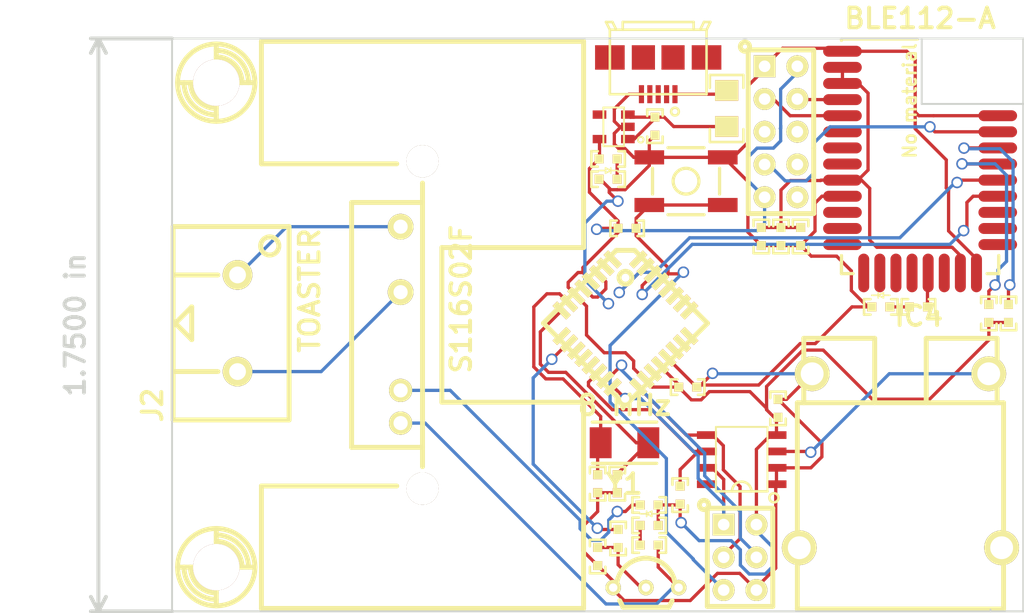
<source format=kicad_pcb>
(kicad_pcb (version 3) (host pcbnew "(2013-05-31 BZR 4019)-stable")

  (general
    (links 89)
    (no_connects 0)
    (area 220.650999 111.430999 284.301001 156.031001)
    (thickness 1.6)
    (drawings 10)
    (tracks 418)
    (zones 0)
    (modules 37)
    (nets 31)
  )

  (page A3)
  (layers
    (15 F.Cu signal)
    (0 B.Cu signal)
    (16 B.Adhes user)
    (17 F.Adhes user)
    (18 B.Paste user)
    (19 F.Paste user)
    (20 B.SilkS user)
    (21 F.SilkS user)
    (22 B.Mask user)
    (23 F.Mask user)
    (24 Dwgs.User user)
    (25 Cmts.User user)
    (26 Eco1.User user)
    (27 Eco2.User user)
    (28 Edge.Cuts user)
  )

  (setup
    (last_trace_width 0.254)
    (trace_clearance 0.254)
    (zone_clearance 0.508)
    (zone_45_only no)
    (trace_min 0.254)
    (segment_width 0.2)
    (edge_width 0.15)
    (via_size 0.889)
    (via_drill 0.635)
    (via_min_size 0.889)
    (via_min_drill 0.508)
    (uvia_size 0.508)
    (uvia_drill 0.127)
    (uvias_allowed no)
    (uvia_min_size 0.508)
    (uvia_min_drill 0.127)
    (pcb_text_width 0.3)
    (pcb_text_size 1.5 1.5)
    (mod_edge_width 0.15)
    (mod_text_size 1.5 1.5)
    (mod_text_width 0.15)
    (pad_size 1.524 1.524)
    (pad_drill 0.762)
    (pad_to_mask_clearance 0.2)
    (aux_axis_origin 0 0)
    (visible_elements FFFFFFBF)
    (pcbplotparams
      (layerselection 3178497)
      (usegerberextensions true)
      (excludeedgelayer true)
      (linewidth 0.100000)
      (plotframeref false)
      (viasonmask false)
      (mode 1)
      (useauxorigin false)
      (hpglpennumber 1)
      (hpglpenspeed 20)
      (hpglpendiameter 15)
      (hpglpenoverlay 2)
      (psnegative false)
      (psa4output false)
      (plotreference true)
      (plotvalue true)
      (plotothertext true)
      (plotinvisibletext false)
      (padsonsilk false)
      (subtractmaskfromsilk false)
      (outputformat 1)
      (mirror false)
      (drillshape 1)
      (scaleselection 1)
      (outputdirectory ""))
  )

  (net 0 "")
  (net 1 /BTRESET)
  (net 2 /DC)
  (net 3 /DD)
  (net 4 /HEAT)
  (net 5 /MISO)
  (net 6 /MOSI)
  (net 7 /RESET)
  (net 8 /RX)
  (net 9 /RXD)
  (net 10 /SCK)
  (net 11 /SSB)
  (net 12 /VIN)
  (net 13 GND)
  (net 14 N-0000026)
  (net 15 N-0000031)
  (net 16 N-0000033)
  (net 17 N-0000034)
  (net 18 N-0000035)
  (net 19 N-0000036)
  (net 20 N-0000037)
  (net 21 N-0000038)
  (net 22 N-0000040)
  (net 23 N-0000041)
  (net 24 N-0000042)
  (net 25 N-0000059)
  (net 26 N-0000060)
  (net 27 N-0000061)
  (net 28 N-0000063)
  (net 29 N-0000065)
  (net 30 VCC)

  (net_class Default "This is the default net class."
    (clearance 0.254)
    (trace_width 0.254)
    (via_dia 0.889)
    (via_drill 0.635)
    (uvia_dia 0.508)
    (uvia_drill 0.127)
    (add_net "")
    (add_net /BTRESET)
    (add_net /DC)
    (add_net /DD)
    (add_net /HEAT)
    (add_net /MISO)
    (add_net /MOSI)
    (add_net /RESET)
    (add_net /RX)
    (add_net /RXD)
    (add_net /SCK)
    (add_net /SSB)
    (add_net /VIN)
    (add_net GND)
    (add_net N-0000026)
    (add_net N-0000031)
    (add_net N-0000033)
    (add_net N-0000034)
    (add_net N-0000035)
    (add_net N-0000036)
    (add_net N-0000037)
    (add_net N-0000038)
    (add_net N-0000040)
    (add_net N-0000041)
    (add_net N-0000042)
    (add_net N-0000059)
    (add_net N-0000060)
    (add_net N-0000061)
    (add_net N-0000063)
    (add_net N-0000065)
    (add_net VCC)
  )

  (module XTAL_TXC_7A (layer F.Cu) (tedit 51246C04) (tstamp 51E43AAC)
    (at 255.8288 142.875)
    (path /51B24767)
    (fp_text reference Y1 (at 0 3.2004) (layer F.SilkS)
      (effects (font (size 1.524 1.524) (thickness 0.3048)))
    )
    (fp_text value "8 MHz" (at 0 -2.90068) (layer F.SilkS)
      (effects (font (size 1.524 1.524) (thickness 0.3048)))
    )
    (fp_line (start 2.49936 1.6002) (end -2.49936 1.6002) (layer F.SilkS) (width 0.254))
    (fp_line (start -2.49936 -1.6002) (end 2.49936 -1.6002) (layer F.SilkS) (width 0.254))
    (pad 1 smd rect (at -1.84912 0 90) (size 2.4003 1.69926)
      (layers F.Cu F.Paste F.Mask)
      (net 27 N-0000061)
    )
    (pad 2 smd rect (at 1.84912 0 90) (size 2.4003 1.69926)
      (layers F.Cu F.Paste F.Mask)
      (net 26 N-0000060)
    )
  )

  (module TQFP32_7mm (layer F.Cu) (tedit 5186F557) (tstamp 51E43AD6)
    (at 255.905 133.604 315)
    (tags "QFP TQFP 32")
    (path /51B2472F)
    (solder_paste_margin -0.254)
    (fp_text reference IC1 (at 0 7.00024 315) (layer F.SilkS) hide
      (effects (font (size 1.524 1.524) (thickness 0.3048)))
    )
    (fp_text value ATMEGA328P_TQFP (at -1.99898 -6.49986 315) (layer F.SilkS) hide
      (effects (font (size 1.524 1.524) (thickness 0.3048)))
    )
    (fp_circle (center -2.49936 -2.49936) (end -2.49936 -2.99974) (layer F.SilkS) (width 0.381))
    (fp_line (start -4.50088 -3.50012) (end -3.50012 -4.50088) (layer F.SilkS) (width 0.381))
    (fp_line (start -3.50012 -4.50088) (end 4.50088 -4.50088) (layer F.SilkS) (width 0.381))
    (fp_line (start 4.50088 -4.50088) (end 4.50088 4.50088) (layer F.SilkS) (width 0.381))
    (fp_line (start 4.50088 4.50088) (end -4.50088 4.50088) (layer F.SilkS) (width 0.381))
    (fp_line (start -4.50088 4.50088) (end -4.50088 -3.50012) (layer F.SilkS) (width 0.381))
    (pad 1 smd rect (at -4.20116 -2.79908 315) (size 1.50114 0.50038)
      (layers F.Cu F.Paste F.SilkS F.Mask)
    )
    (pad 2 smd rect (at -4.20116 -1.99898 315) (size 1.50114 0.50038)
      (layers F.Cu F.Paste F.SilkS F.Mask)
    )
    (pad 3 smd rect (at -4.20116 -1.19888 315) (size 1.50114 0.50038)
      (layers F.Cu F.Paste F.SilkS F.Mask)
      (net 13 GND)
    )
    (pad 4 smd rect (at -4.20116 -0.39878 315) (size 1.50114 0.50038)
      (layers F.Cu F.Paste F.SilkS F.Mask)
      (net 30 VCC)
    )
    (pad 5 smd rect (at -4.20116 0.39878 315) (size 1.50114 0.50038)
      (layers F.Cu F.Paste F.SilkS F.Mask)
      (net 13 GND)
    )
    (pad 6 smd rect (at -4.20116 1.19888 315) (size 1.50114 0.50038)
      (layers F.Cu F.Paste F.SilkS F.Mask)
      (net 30 VCC)
    )
    (pad 7 smd rect (at -4.20116 1.99898 315) (size 1.50114 0.50038)
      (layers F.Cu F.Paste F.SilkS F.Mask)
      (net 27 N-0000061)
    )
    (pad 8 smd rect (at -4.20116 2.79908 315) (size 1.50114 0.50038)
      (layers F.Cu F.Paste F.SilkS F.Mask)
      (net 26 N-0000060)
    )
    (pad 9 smd rect (at -2.79908 4.20116 45) (size 1.50114 0.50038)
      (layers F.Cu F.Paste F.SilkS F.Mask)
    )
    (pad 10 smd rect (at -1.99898 4.20116 45) (size 1.50114 0.50038)
      (layers F.Cu F.Paste F.SilkS F.Mask)
      (net 4 /HEAT)
    )
    (pad 11 smd rect (at -1.19888 4.20116 45) (size 1.50114 0.50038)
      (layers F.Cu F.Paste F.SilkS F.Mask)
    )
    (pad 12 smd rect (at -0.39878 4.20116 45) (size 1.50114 0.50038)
      (layers F.Cu F.Paste F.SilkS F.Mask)
    )
    (pad 13 smd rect (at 0.39878 4.20116 45) (size 1.50114 0.50038)
      (layers F.Cu F.Paste F.SilkS F.Mask)
    )
    (pad 14 smd rect (at 1.19888 4.20116 45) (size 1.50114 0.50038)
      (layers F.Cu F.Paste F.SilkS F.Mask)
      (net 11 /SSB)
    )
    (pad 15 smd rect (at 1.99898 4.20116 45) (size 1.50114 0.50038)
      (layers F.Cu F.Paste F.SilkS F.Mask)
      (net 6 /MOSI)
    )
    (pad 16 smd rect (at 2.79908 4.20116 45) (size 1.50114 0.50038)
      (layers F.Cu F.Paste F.SilkS F.Mask)
      (net 5 /MISO)
    )
    (pad 17 smd rect (at 4.20116 2.79908 135) (size 1.50114 0.50038)
      (layers F.Cu F.Paste F.SilkS F.Mask)
      (net 10 /SCK)
    )
    (pad 18 smd rect (at 4.20116 1.99898 135) (size 1.50114 0.50038)
      (layers F.Cu F.Paste F.SilkS F.Mask)
      (net 30 VCC)
    )
    (pad 19 smd rect (at 4.20116 1.19888 135) (size 1.50114 0.50038)
      (layers F.Cu F.Paste F.SilkS F.Mask)
    )
    (pad 20 smd rect (at 4.20116 0.39878 135) (size 1.50114 0.50038)
      (layers F.Cu F.Paste F.SilkS F.Mask)
      (net 30 VCC)
    )
    (pad 21 smd rect (at 4.20116 -0.39878 135) (size 1.50114 0.50038)
      (layers F.Cu F.Paste F.SilkS F.Mask)
      (net 13 GND)
    )
    (pad 22 smd rect (at 4.20116 -1.19888 135) (size 1.50114 0.50038)
      (layers F.Cu F.Paste F.SilkS F.Mask)
    )
    (pad 23 smd rect (at 4.20116 -1.99898 135) (size 1.50114 0.50038)
      (layers F.Cu F.Paste F.SilkS F.Mask)
    )
    (pad 24 smd rect (at 4.20116 -2.79908 135) (size 1.50114 0.50038)
      (layers F.Cu F.Paste F.SilkS F.Mask)
    )
    (pad 25 smd rect (at 2.79908 -4.20116 225) (size 1.50114 0.50038)
      (layers F.Cu F.Paste F.SilkS F.Mask)
    )
    (pad 26 smd rect (at 1.99898 -4.20116 225) (size 1.50114 0.50038)
      (layers F.Cu F.Paste F.SilkS F.Mask)
    )
    (pad 27 smd rect (at 1.19888 -4.20116 225) (size 1.50114 0.50038)
      (layers F.Cu F.Paste F.SilkS F.Mask)
    )
    (pad 28 smd rect (at 0.39878 -4.20116 225) (size 1.50114 0.50038)
      (layers F.Cu F.Paste F.SilkS F.Mask)
    )
    (pad 29 smd rect (at -0.39878 -4.20116 225) (size 1.50114 0.50038)
      (layers F.Cu F.Paste F.SilkS F.Mask)
      (net 7 /RESET)
    )
    (pad 30 smd rect (at -1.19888 -4.20116 225) (size 1.50114 0.50038)
      (layers F.Cu F.Paste F.SilkS F.Mask)
      (net 9 /RXD)
    )
    (pad 31 smd rect (at -1.99898 -4.20116 225) (size 1.50114 0.50038)
      (layers F.Cu F.Paste F.SilkS F.Mask)
      (net 8 /RX)
    )
    (pad 32 smd rect (at -2.79908 -4.20116 225) (size 1.50114 0.50038)
      (layers F.Cu F.Paste F.SilkS F.Mask)
    )
  )

  (module TO92 (layer F.Cu) (tedit 512C0CA6) (tstamp 51E43AE2)
    (at 257.4925 154.1145)
    (path /51B5F30D)
    (fp_text reference Q1 (at 2.286 3.048) (layer F.SilkS) hide
      (effects (font (size 1.524 1.524) (thickness 0.3048)))
    )
    (fp_text value 2N3904 (at -1.778 -3.302) (layer F.SilkS) hide
      (effects (font (size 1.524 1.524) (thickness 0.3048)))
    )
    (fp_line (start 1.778 1.524) (end 2.032 1.016) (layer F.SilkS) (width 0.381))
    (fp_line (start -1.778 1.524) (end -2.032 1.016) (layer F.SilkS) (width 0.381))
    (fp_line (start -1.778 1.524) (end 1.778 1.524) (layer F.SilkS) (width 0.381))
    (fp_arc (start 0 0) (end -2.286 0) (angle 90) (layer F.SilkS) (width 0.381))
    (fp_arc (start 0 0) (end 0 -2.286) (angle 90) (layer F.SilkS) (width 0.381))
    (pad 1 thru_hole circle (at -2.54 0) (size 1.19888 1.19888) (drill 0.65024)
      (layers *.Cu *.Mask F.SilkS)
      (net 13 GND)
    )
    (pad 2 thru_hole circle (at 0 0) (size 1.19888 1.19888) (drill 0.65024)
      (layers *.Cu *.Mask F.SilkS)
      (net 28 N-0000063)
    )
    (pad 3 thru_hole circle (at 2.54 0) (size 1.19888 1.19888) (drill 0.65024)
      (layers *.Cu *.Mask F.SilkS)
      (net 20 N-0000037)
    )
  )

  (module THERMOCOUPLE_MINI_PCC-SMP (layer F.Cu) (tedit 512C07D6) (tstamp 51E43AF4)
    (at 277.241 144.272 270)
    (path /51B24898)
    (fp_text reference TC1 (at 0 11.00074 270) (layer F.SilkS) hide
      (effects (font (size 1.524 1.524) (thickness 0.3048)))
    )
    (fp_text value THERMOCOUPLE (at -3.50012 -9.4996 270) (layer F.SilkS) hide
      (effects (font (size 1.524 1.524) (thickness 0.3048)))
    )
    (fp_line (start -4.50088 1.99898) (end -9.4996 1.99898) (layer F.SilkS) (width 0.381))
    (fp_line (start -9.4996 1.99898) (end -9.4996 7.50062) (layer F.SilkS) (width 0.381))
    (fp_line (start -9.4996 7.50062) (end -4.50088 7.50062) (layer F.SilkS) (width 0.381))
    (fp_line (start -4.50088 -7.50062) (end -9.4996 -7.50062) (layer F.SilkS) (width 0.381))
    (fp_line (start -9.4996 -7.50062) (end -9.4996 -1.99898) (layer F.SilkS) (width 0.381))
    (fp_line (start -9.4996 -1.99898) (end -4.50088 -1.99898) (layer F.SilkS) (width 0.381))
    (fp_line (start 11.50112 -8.001) (end -4.50088 -8.001) (layer F.SilkS) (width 0.381))
    (fp_line (start -4.50088 -8.001) (end -4.50088 8.001) (layer F.SilkS) (width 0.381))
    (fp_line (start -4.50088 8.001) (end 11.50112 8.001) (layer F.SilkS) (width 0.381))
    (fp_line (start 11.50112 -8.001) (end 11.50112 8.001) (layer F.SilkS) (width 0.381))
    (pad 1 thru_hole circle (at -6.74878 -6.85038 270) (size 2.70002 2.70002) (drill 1.77038)
      (layers *.Cu *.Mask F.SilkS)
      (net 14 N-0000026)
    )
    (pad 2 thru_hole circle (at -6.74878 6.85038 270) (size 2.70002 2.70002) (drill 1.77038)
      (layers *.Cu *.Mask F.SilkS)
      (net 13 GND)
    )
    (pad "" thru_hole circle (at 6.74878 -7.85114 270) (size 2.70002 2.70002) (drill 1.77038)
      (layers *.Cu *.Mask F.SilkS)
    )
    (pad "" thru_hole circle (at 6.74878 7.85114 270) (size 2.70002 2.70002) (drill 1.77038)
      (layers *.Cu *.Mask F.SilkS)
    )
  )

  (module SPST_4-pin-sm (layer F.Cu) (tedit 519BAD28) (tstamp 51E43B01)
    (at 260.604 122.5804)
    (path /51B2558B)
    (solder_mask_margin 0.2)
    (solder_paste_margin -0.1)
    (clearance 0.2)
    (attr smd)
    (fp_text reference S1 (at 0 4.572) (layer F.SilkS) hide
      (effects (font (size 1.524 1.524) (thickness 0.3048)))
    )
    (fp_text value RESET (at 0 -4.064) (layer F.SilkS) hide
      (effects (font (size 1.524 1.524) (thickness 0.3048)))
    )
    (fp_circle (center 0 0) (end 0 -1) (layer F.SilkS) (width 0.254))
    (fp_line (start -2.60096 1.00076) (end -2.60096 -1.00076) (layer F.SilkS) (width 0.254))
    (fp_line (start -1.39954 2.60096) (end 1.39954 2.60096) (layer F.SilkS) (width 0.254))
    (fp_line (start 1.39954 -2.60096) (end -1.39954 -2.60096) (layer F.SilkS) (width 0.254))
    (fp_line (start 2.60096 1.00076) (end 2.60096 -1.00076) (layer F.SilkS) (width 0.254))
    (pad 1 smd rect (at -2.84988 -1.84912) (size 2.30124 1.09982)
      (layers F.Cu F.Paste F.Mask)
      (net 13 GND)
    )
    (pad 1 smd rect (at 2.84988 -1.84912) (size 2.30124 1.09982)
      (layers F.Cu F.Paste F.Mask)
      (net 13 GND)
    )
    (pad 2 smd rect (at -2.84988 1.84912) (size 2.30124 1.09982)
      (layers F.Cu F.Paste F.Mask)
      (net 7 /RESET)
    )
    (pad 2 smd rect (at 2.84988 1.84912) (size 2.30124 1.09982)
      (layers F.Cu F.Paste F.Mask)
      (net 7 /RESET)
    )
  )

  (module SOT23-5 (layer F.Cu) (tedit 519CFFC5) (tstamp 51E43B0F)
    (at 254.9906 118.364 180)
    (path /51B5F2FF)
    (solder_mask_margin 0.1)
    (solder_paste_margin -0.025)
    (clearance 0.15)
    (attr smd)
    (fp_text reference IC2 (at 0 2.2 180) (layer F.SilkS) hide
      (effects (font (size 0.635 0.635) (thickness 0.127)))
    )
    (fp_text value MIC5205 (at 0 -2 180) (layer F.SilkS) hide
      (effects (font (size 0.635 0.635) (thickness 0.127)))
    )
    (fp_line (start -0.8 -1.5) (end -0.8 1.5) (layer F.SilkS) (width 0.15))
    (fp_line (start -0.8 1.5) (end 0.8 1.5) (layer F.SilkS) (width 0.15))
    (fp_line (start 0.8 1.5) (end 0.8 -1.5) (layer F.SilkS) (width 0.15))
    (fp_line (start 0.8 -1.5) (end -0.8 -1.5) (layer F.SilkS) (width 0.15))
    (fp_circle (center -2.1 -1) (end -2.2 -1.2) (layer F.SilkS) (width 0.15))
    (pad 1 smd rect (at -1.1 -0.95 180) (size 1.06 0.65)
      (layers F.Cu F.Paste F.Mask)
      (net 12 /VIN)
    )
    (pad 2 smd rect (at -1.1 0 180) (size 1.06 0.65)
      (layers F.Cu F.Paste F.Mask)
      (net 13 GND)
    )
    (pad 3 smd rect (at -1.1 0.95 180) (size 1.06 0.65)
      (layers F.Cu F.Paste F.Mask)
      (net 12 /VIN)
    )
    (pad 4 smd rect (at 1.1 0.95 180) (size 1.06 0.65)
      (layers F.Cu F.Paste F.Mask)
    )
    (pad 5 smd rect (at 1.1 -0.95 180) (size 1.06 0.65)
      (layers F.Cu F.Paste F.Mask)
      (net 30 VCC)
    )
  )

  (module SOIC8 (layer F.Cu) (tedit 51D1AC19) (tstamp 51E43B22)
    (at 264.922 144.145 180)
    (path /51B24889)
    (solder_mask_margin 0.15)
    (solder_paste_margin -0.04)
    (clearance 0.2)
    (attr smd)
    (fp_text reference IC3 (at 0 6.2 180) (layer F.SilkS) hide
      (effects (font (size 1 1) (thickness 0.15)))
    )
    (fp_text value MAX6675 (at 0 -6.2 180) (layer F.SilkS) hide
      (effects (font (size 1 1) (thickness 0.15)))
    )
    (fp_line (start -2 2.5) (end -2 -2.5) (layer F.SilkS) (width 0.15))
    (fp_line (start 2 -2.5) (end 2 2.5) (layer F.SilkS) (width 0.15))
    (fp_line (start 2 2.5) (end -2 2.5) (layer F.SilkS) (width 0.15))
    (fp_arc (start 0 -2.5) (end 0.75 -2.5) (angle 90) (layer F.SilkS) (width 0.2032))
    (fp_arc (start 0 -2.5) (end 0 -1.75) (angle 90) (layer F.SilkS) (width 0.2032))
    (fp_circle (center -2.5 -3) (end -2.25 -2.75) (layer F.SilkS) (width 0.2032))
    (fp_line (start 2 -2.5) (end -2 -2.5) (layer F.SilkS) (width 0.2032))
    (pad 1 smd rect (at -2.7 -1.945 180) (size 1.55 0.6)
      (layers F.Cu F.Paste F.Mask)
      (net 13 GND)
    )
    (pad 2 smd rect (at -2.7 -0.675 180) (size 1.55 0.6)
      (layers F.Cu F.Paste F.Mask)
      (net 13 GND)
    )
    (pad 3 smd rect (at -2.7 0.595 180) (size 1.55 0.6)
      (layers F.Cu F.Paste F.Mask)
      (net 14 N-0000026)
    )
    (pad 4 smd rect (at -2.7 1.865 180) (size 1.55 0.6)
      (layers F.Cu F.Paste F.Mask)
      (net 30 VCC)
    )
    (pad 5 smd rect (at 2.7 1.865 180) (size 1.55 0.6)
      (layers F.Cu F.Paste F.Mask)
      (net 10 /SCK)
    )
    (pad 6 smd rect (at 2.7 0.595 180) (size 1.55 0.6)
      (layers F.Cu F.Paste F.Mask)
      (net 11 /SSB)
    )
    (pad 7 smd rect (at 2.7 -0.675 180) (size 1.55 0.6)
      (layers F.Cu F.Paste F.Mask)
      (net 5 /MISO)
    )
    (pad 8 smd rect (at 2.7 -1.945 180) (size 1.55 0.6)
      (layers F.Cu F.Paste F.Mask)
    )
  )

  (module SHARP_SIP_SSR (layer F.Cu) (tedit 51328D46) (tstamp 51E43B3F)
    (at 240.157 133.731 270)
    (path /51B26352)
    (fp_text reference K1 (at 0.50038 7.50062 270) (layer F.SilkS) hide
      (effects (font (size 1.524 1.524) (thickness 0.3048)))
    )
    (fp_text value S116S02F (at -1.99898 -2.99974 270) (layer F.SilkS)
      (effects (font (size 1.524 1.524) (thickness 0.3048)))
    )
    (fp_text user "OHMITE RA-T2X-38E" (at -14.00048 -8.001 270) (layer F.SilkS) hide
      (effects (font (size 0.89916 0.89916) (thickness 0.20066)))
    )
    (fp_text user HEATSINK (at -14.50086 -10.50036 270) (layer F.SilkS) hide
      (effects (font (size 1.524 1.524) (thickness 0.3048)))
    )
    (fp_line (start 12.49934 12.49934) (end 21.99894 12.49934) (layer F.SilkS) (width 0.381))
    (fp_line (start -12.49934 12.49934) (end -21.99894 12.49934) (layer F.SilkS) (width 0.381))
    (fp_line (start -9.4996 0) (end -11.00074 0) (layer F.SilkS) (width 0.381))
    (fp_line (start -12.49934 1.99898) (end -12.49934 12.49934) (layer F.SilkS) (width 0.381))
    (fp_line (start 12.49934 1.99898) (end 12.49934 12.49934) (layer F.SilkS) (width 0.381))
    (fp_line (start 9.4996 0) (end 11.00074 0) (layer F.SilkS) (width 0.381))
    (fp_line (start 5.99948 -12.49934) (end 21.99894 -12.49934) (layer F.SilkS) (width 0.381))
    (fp_line (start -5.99948 -12.49934) (end -21.99894 -12.49934) (layer F.SilkS) (width 0.381))
    (fp_line (start -5.99948 -1.50114) (end -5.99948 -12.49934) (layer F.SilkS) (width 0.381))
    (fp_line (start -5.99948 -1.50114) (end 5.99948 -1.50114) (layer F.SilkS) (width 0.381))
    (fp_line (start 5.99948 -1.50114) (end 5.99948 -12.49934) (layer F.SilkS) (width 0.381))
    (fp_line (start -21.99894 -12.49934) (end -21.99894 12.49934) (layer F.SilkS) (width 0.381))
    (fp_line (start 21.99894 12.49934) (end 21.99894 -12.49934) (layer F.SilkS) (width 0.381))
    (fp_line (start 9.4996 0) (end -9.4996 0) (layer F.SilkS) (width 0.381))
    (fp_line (start -9.4996 0) (end -9.4996 5.4991) (layer F.SilkS) (width 0.381))
    (fp_line (start -9.4996 5.4991) (end 9.4996 5.4991) (layer F.SilkS) (width 0.381))
    (fp_line (start 9.4996 5.4991) (end 9.4996 0) (layer F.SilkS) (width 0.381))
    (pad 1 thru_hole circle (at -7.62 1.69926 270) (size 1.99898 1.99898) (drill 1.09982)
      (layers *.Cu *.Mask F.SilkS)
      (net 21 N-0000038)
    )
    (pad 2 thru_hole circle (at -2.54 1.69926 270) (size 1.99898 1.99898) (drill 1.09982)
      (layers *.Cu *.Mask F.SilkS)
      (net 19 N-0000036)
    )
    (pad 3 thru_hole circle (at 5.08 1.69926 270) (size 1.80086 1.80086) (drill 1.09982)
      (layers *.Cu *.Mask F.SilkS)
      (net 29 N-0000065)
    )
    (pad 4 thru_hole circle (at 7.62 1.69926 270) (size 1.80086 1.80086) (drill 1.09982)
      (layers *.Cu *.Mask F.SilkS)
      (net 20 N-0000037)
    )
    (pad "" thru_hole circle (at 12.7 0 270) (size 2.49936 2.49936) (drill 2.49936)
      (layers *.Cu *.Mask F.SilkS)
    )
    (pad "" thru_hole circle (at -12.7 0 270) (size 2.49936 2.49936) (drill 2.49936)
      (layers *.Cu *.Mask F.SilkS)
    )
  )

  (module MICROUSB_sm (layer F.Cu) (tedit 519D122C) (tstamp 51E43B5B)
    (at 258.445 113.03 270)
    (path /51B5F7C4)
    (solder_mask_margin 0.1)
    (solder_paste_margin -0.025)
    (clearance 0.15)
    (attr smd)
    (fp_text reference J1 (at 0 6.45 270) (layer F.SilkS) hide
      (effects (font (size 1.524 1.524) (thickness 0.3048)))
    )
    (fp_text value MICROUSB (at 0 -6.5 270) (layer F.SilkS) hide
      (effects (font (size 1.524 1.524) (thickness 0.3048)))
    )
    (fp_line (start 2.8 -3.75) (end -2.2 -3.75) (layer F.SilkS) (width 0.2))
    (fp_line (start -2.2 3.75) (end 2.8 3.75) (layer F.SilkS) (width 0.2))
    (fp_circle (center 4.15 -1.3) (end 4.15 -1.6) (layer F.SilkS) (width 0.2))
    (fp_line (start -2.2 -2.75) (end -2.8 -2.75) (layer F.SilkS) (width 0.2))
    (fp_line (start -2.8 -2.75) (end -2.8 2.75) (layer F.SilkS) (width 0.2))
    (fp_line (start -2.8 2.75) (end -2.2 2.75) (layer F.SilkS) (width 0.2))
    (fp_line (start -2.2 -3.25) (end -2.8 -3.55) (layer F.SilkS) (width 0.2))
    (fp_line (start -2.2 -3.75) (end -2.8 -4.05) (layer F.SilkS) (width 0.2))
    (fp_line (start -2.8 -4.05) (end -2.8 -3.55) (layer F.SilkS) (width 0.2))
    (fp_line (start -2.2 3.25) (end -2.8 3.55) (layer F.SilkS) (width 0.2))
    (fp_line (start -2.2 3.75) (end -2.8 4.05) (layer F.SilkS) (width 0.2))
    (fp_line (start -2.8 4.05) (end -2.8 3.55) (layer F.SilkS) (width 0.2))
    (fp_line (start -2.2 3.75) (end -2.2 -3.75) (layer F.SilkS) (width 0.2))
    (fp_line (start -1.5 3.75) (end -1.5 -3.75) (layer F.SilkS) (width 0.127))
    (fp_line (start 2.8 3.75) (end 2.8 -3.75) (layer F.SilkS) (width 0.2))
    (pad 1 smd rect (at 2.8 -1.3 270) (size 1.4 0.4)
      (layers F.Cu F.Paste F.Mask)
      (net 24 N-0000042)
    )
    (pad 2 smd rect (at 2.8 -0.65 270) (size 1.4 0.4)
      (layers F.Cu F.Paste F.Mask)
    )
    (pad 3 smd rect (at 2.8 0 270) (size 1.4 0.4)
      (layers F.Cu F.Paste F.Mask)
    )
    (pad 4 smd rect (at 2.8 0.65 270) (size 1.4 0.4)
      (layers F.Cu F.Paste F.Mask)
    )
    (pad 5 smd rect (at 2.8 1.3 270) (size 1.4 0.4)
      (layers F.Cu F.Paste F.Mask)
      (net 13 GND)
    )
    (pad "" smd rect (at -0.05 -3.75 270) (size 1.9 2.3)
      (layers F.Cu F.Paste F.Mask)
      (solder_paste_margin -0.2)
    )
    (pad "" smd rect (at -0.05 3.75 270) (size 1.9 2.3)
      (layers F.Cu F.Paste F.Mask)
      (solder_paste_margin -0.2)
    )
    (pad "" smd rect (at -0.05 1.15 270) (size 1.9 1.8)
      (layers F.Cu F.Paste F.Mask)
      (solder_paste_margin -0.2)
    )
    (pad "" smd rect (at -0.05 -1.15 270) (size 1.9 1.8)
      (layers F.Cu F.Paste F.Mask)
      (solder_paste_margin -0.2)
    )
  )

  (module ED110 (layer F.Cu) (tedit 513298C8) (tstamp 51E43B6B)
    (at 225.806 133.604 270)
    (path /51B26361)
    (fp_text reference J2 (at 6.35 6.604 270) (layer F.SilkS)
      (effects (font (size 1.524 1.524) (thickness 0.3048)))
    )
    (fp_text value TOASTER (at -2.54 -5.588 270) (layer F.SilkS)
      (effects (font (size 1.524 1.524) (thickness 0.3048)))
    )
    (fp_line (start 0 4.826) (end 1.27 3.556) (layer F.SilkS) (width 0.381))
    (fp_line (start 1.27 3.556) (end -1.27 3.556) (layer F.SilkS) (width 0.381))
    (fp_line (start -1.27 3.556) (end 0 4.826) (layer F.SilkS) (width 0.381))
    (fp_line (start 3.7465 1.524) (end 3.7465 4.826) (layer F.SilkS) (width 0.381))
    (fp_line (start -3.7465 1.524) (end -3.7465 4.826) (layer F.SilkS) (width 0.381))
    (fp_circle (center -5.99948 -2.49936) (end -6.49986 -2.99974) (layer F.SilkS) (width 0.381))
    (fp_line (start 7.50062 -4.0005) (end -7.50062 -4.0005) (layer F.SilkS) (width 0.381))
    (fp_line (start -7.50062 -4.0005) (end -7.50062 5.00126) (layer F.SilkS) (width 0.381))
    (fp_line (start -7.50062 5.00126) (end 7.50062 5.00126) (layer F.SilkS) (width 0.381))
    (fp_line (start 7.50062 5.00126) (end 7.50062 -4.0005) (layer F.SilkS) (width 0.381))
    (pad 2 thru_hole circle (at -3.74904 0 270) (size 2.30124 2.30124) (drill 1.30048)
      (layers *.Cu *.Mask F.SilkS)
      (net 21 N-0000038)
    )
    (pad 1 thru_hole circle (at 3.74904 0 270) (size 2.30124 2.30124) (drill 1.30048)
      (layers *.Cu *.Mask F.SilkS)
      (net 19 N-0000036)
    )
  )

  (module BLE112-A (layer F.Cu) (tedit 51247648) (tstamp 51E43B95)
    (at 278.765 120.65)
    (path /51B2487A)
    (fp_text reference IC4 (at -0.09906 12.40028) (layer F.SilkS)
      (effects (font (size 1.524 1.524) (thickness 0.3048)))
    )
    (fp_text value BLE112-A (at 0 -10.70102) (layer F.SilkS)
      (effects (font (size 1.524 1.524) (thickness 0.3048)))
    )
    (fp_line (start -6.10108 -8.99922) (end -6.10108 -9.10082) (layer F.SilkS) (width 0.254))
    (fp_line (start -6.10108 -9.10082) (end -0.20066 -9.10082) (layer F.SilkS) (width 0.254))
    (fp_text user "No material" (at -0.8001 -4.30022 90) (layer F.SilkS)
      (effects (font (size 1.00076 1.00076) (thickness 0.20066)))
    )
    (fp_line (start -6.10108 9.10082) (end -5.19938 9.10082) (layer F.SilkS) (width 0.254))
    (fp_line (start -6.10108 9.10082) (end -6.10108 7.69874) (layer F.SilkS) (width 0.254))
    (fp_line (start 6.10108 9.10082) (end 6.10108 7.69874) (layer F.SilkS) (width 0.254))
    (fp_line (start 6.10108 9.10082) (end 5.19938 9.10082) (layer F.SilkS) (width 0.254))
    (pad 1 smd oval (at -6.02488 -8.15086) (size 2.99974 0.8509)
      (layers F.Cu F.Paste F.Mask)
      (net 13 GND)
    )
    (pad 2 smd oval (at -6.02488 -6.90118) (size 2.99974 0.8509)
      (layers F.Cu F.Paste F.Mask)
      (net 25 N-0000059)
    )
    (pad 3 smd oval (at -6.02488 -5.64896) (size 2.99974 0.8509)
      (layers F.Cu F.Paste F.Mask)
      (net 25 N-0000059)
    )
    (pad 4 smd oval (at -6.02488 -4.39928) (size 2.99974 0.8509)
      (layers F.Cu F.Paste F.Mask)
      (net 3 /DD)
    )
    (pad 5 smd oval (at -6.02488 -3.1496) (size 2.99974 0.8509)
      (layers F.Cu F.Paste F.Mask)
      (net 2 /DC)
    )
    (pad 6 smd oval (at -6.02488 -1.89992) (size 2.99974 0.8509)
      (layers F.Cu F.Paste F.Mask)
    )
    (pad 7 smd oval (at -6.02488 -0.65024) (size 2.99974 0.8509)
      (layers F.Cu F.Paste F.Mask)
    )
    (pad 8 smd oval (at -6.02488 0.59944) (size 2.99974 0.8509)
      (layers F.Cu F.Paste F.Mask)
    )
    (pad 9 smd oval (at -6.02488 1.84912) (size 2.99974 0.8509)
      (layers F.Cu F.Paste F.Mask)
      (net 25 N-0000059)
    )
    (pad 10 smd oval (at -6.02488 3.0988) (size 2.99974 0.8509)
      (layers F.Cu F.Paste F.Mask)
      (net 13 GND)
    )
    (pad 11 smd oval (at -6.02488 4.35102) (size 2.99974 0.8509)
      (layers F.Cu F.Paste F.Mask)
    )
    (pad 12 smd oval (at -6.02488 5.6007) (size 2.99974 0.8509)
      (layers F.Cu F.Paste F.Mask)
    )
    (pad 13 smd oval (at -6.02488 6.85038) (size 2.99974 0.8509)
      (layers F.Cu F.Paste F.Mask)
    )
    (pad 14 smd oval (at -4.37388 9.05002 90) (size 2.99974 0.8509)
      (layers F.Cu F.Paste F.Mask)
    )
    (pad 15 smd oval (at -3.1242 9.05002 90) (size 2.99974 0.8509)
      (layers F.Cu F.Paste F.Mask)
    )
    (pad 16 smd oval (at -1.87452 9.05002 90) (size 2.99974 0.8509)
      (layers F.Cu F.Paste F.Mask)
    )
    (pad 17 smd oval (at -0.62484 9.05002 90) (size 2.99974 0.8509)
      (layers F.Cu F.Paste F.Mask)
    )
    (pad 18 smd oval (at 0.62484 9.05002 90) (size 2.99974 0.8509)
      (layers F.Cu F.Paste F.Mask)
      (net 18 N-0000035)
    )
    (pad 19 smd oval (at 1.87452 9.05002 90) (size 2.99974 0.8509)
      (layers F.Cu F.Paste F.Mask)
    )
    (pad 20 smd oval (at 3.1242 9.05002 90) (size 2.99974 0.8509)
      (layers F.Cu F.Paste F.Mask)
      (net 25 N-0000059)
    )
    (pad 21 smd oval (at 4.37388 9.05002 90) (size 2.99974 0.8509)
      (layers F.Cu F.Paste F.Mask)
      (net 13 GND)
    )
    (pad 22 smd oval (at 6.02488 6.85038) (size 2.99974 0.8509)
      (layers F.Cu F.Paste F.Mask)
    )
    (pad 23 smd oval (at 6.02488 5.6007) (size 2.99974 0.8509)
      (layers F.Cu F.Paste F.Mask)
    )
    (pad 24 smd oval (at 6.02488 4.35102) (size 2.99974 0.8509)
      (layers F.Cu F.Paste F.Mask)
    )
    (pad 25 smd oval (at 6.02488 3.0988) (size 2.99974 0.8509)
      (layers F.Cu F.Paste F.Mask)
      (net 9 /RXD)
    )
    (pad 26 smd oval (at 6.02488 1.84912) (size 2.99974 0.8509)
      (layers F.Cu F.Paste F.Mask)
      (net 8 /RX)
    )
    (pad 27 smd oval (at 6.02488 0.59944) (size 2.99974 0.8509)
      (layers F.Cu F.Paste F.Mask)
      (net 22 N-0000040)
    )
    (pad 28 smd oval (at 6.02488 -0.65024) (size 2.99974 0.8509)
      (layers F.Cu F.Paste F.Mask)
      (net 23 N-0000041)
    )
    (pad 29 smd oval (at 6.02488 -1.89992) (size 2.99974 0.8509)
      (layers F.Cu F.Paste F.Mask)
      (net 1 /BTRESET)
    )
    (pad 30 smd oval (at 6.02488 -3.1496) (size 2.99974 0.8509)
      (layers F.Cu F.Paste F.Mask)
      (net 13 GND)
    )
    (pad "" smd rect (at 4.0005 -6.35) (size 8.001 5.4991)
      (layers *.Mask)
    )
  )

  (module 2x5-array (layer F.Cu) (tedit 519D23D2) (tstamp 51E43BAA)
    (at 267.97 118.745)
    (path /51B60893)
    (fp_text reference J3 (at 0 8.89) (layer F.SilkS) hide
      (effects (font (size 1.524 1.524) (thickness 0.3048)))
    )
    (fp_text value CC_ISP (at 0 -8.89) (layer F.SilkS) hide
      (effects (font (size 1.524 1.524) (thickness 0.3048)))
    )
    (fp_line (start 2.54 6.35) (end -2.54 6.35) (layer F.SilkS) (width 0.381))
    (fp_line (start -2.54 6.35) (end -2.54 1.27) (layer F.SilkS) (width 0.381))
    (fp_line (start 2.54 6.35) (end 2.54 1.27) (layer F.SilkS) (width 0.381))
    (fp_circle (center -2.794 -6.604) (end -2.54 -6.35) (layer F.SilkS) (width 0.381))
    (fp_line (start 2.54 -6.35) (end -2.54 -6.35) (layer F.SilkS) (width 0.381))
    (fp_line (start -2.54 -6.35) (end -2.54 1.27) (layer F.SilkS) (width 0.381))
    (fp_line (start 2.54 1.27) (end 2.54 -6.35) (layer F.SilkS) (width 0.381))
    (pad 10 thru_hole circle (at 1.27 5.08) (size 1.7 1.7) (drill 0.9)
      (layers *.Cu *.Mask F.SilkS)
    )
    (pad 9 thru_hole circle (at -1.27 5.08) (size 1.7 1.7) (drill 0.9)
      (layers *.Cu *.Mask F.SilkS)
      (net 30 VCC)
    )
    (pad 8 thru_hole circle (at 1.27 2.54) (size 1.7 1.7) (drill 0.9)
      (layers *.Cu *.Mask F.SilkS)
    )
    (pad 7 thru_hole circle (at -1.27 2.54) (size 1.7 1.7) (drill 0.9)
      (layers *.Cu *.Mask F.SilkS)
      (net 1 /BTRESET)
    )
    (pad 1 thru_hole rect (at -1.27 -5.08) (size 1.7 1.7) (drill 0.9)
      (layers *.Cu *.Mask F.SilkS)
      (net 13 GND)
    )
    (pad 2 thru_hole circle (at 1.27 -5.08) (size 1.7 1.7) (drill 0.9)
      (layers *.Cu *.Mask F.SilkS)
      (net 30 VCC)
    )
    (pad 3 thru_hole circle (at -1.27 -2.54) (size 1.7 1.7) (drill 0.9)
      (layers *.Cu *.Mask F.SilkS)
      (net 2 /DC)
    )
    (pad 4 thru_hole circle (at 1.27 -2.54) (size 1.7 1.7) (drill 0.9)
      (layers *.Cu *.Mask F.SilkS)
      (net 3 /DD)
    )
    (pad 5 thru_hole circle (at -1.27 0) (size 1.7 1.7) (drill 0.9)
      (layers *.Cu *.Mask F.SilkS)
    )
    (pad 6 thru_hole circle (at 1.27 0) (size 1.7 1.7) (drill 0.9)
      (layers *.Cu *.Mask F.SilkS)
    )
  )

  (module 2x3-array (layer F.Cu) (tedit 519D2296) (tstamp 51E43BB9)
    (at 264.795 151.765)
    (path /51B2473E)
    (fp_text reference P1 (at 0 5.5) (layer F.SilkS) hide
      (effects (font (size 1.524 1.524) (thickness 0.3048)))
    )
    (fp_text value AVR_ISP (at 0 -6) (layer F.SilkS) hide
      (effects (font (size 1.524 1.524) (thickness 0.3048)))
    )
    (fp_circle (center -2.794 -4.064) (end -2.54 -3.81) (layer F.SilkS) (width 0.381))
    (fp_line (start 2.54 -3.81) (end -2.54 -3.81) (layer F.SilkS) (width 0.381))
    (fp_line (start -2.54 -3.81) (end -2.54 3.81) (layer F.SilkS) (width 0.381))
    (fp_line (start -2.54 3.81) (end 2.54 3.81) (layer F.SilkS) (width 0.381))
    (fp_line (start 2.54 3.81) (end 2.54 -3.81) (layer F.SilkS) (width 0.381))
    (pad 1 thru_hole rect (at -1.27 -2.54) (size 1.7 1.7) (drill 0.9)
      (layers *.Cu *.Mask F.SilkS)
      (net 5 /MISO)
    )
    (pad 2 thru_hole circle (at 1.27 -2.54) (size 1.7 1.7) (drill 0.9)
      (layers *.Cu *.Mask F.SilkS)
      (net 30 VCC)
    )
    (pad 3 thru_hole circle (at -1.27 0) (size 1.7 1.7) (drill 0.9)
      (layers *.Cu *.Mask F.SilkS)
      (net 10 /SCK)
    )
    (pad 4 thru_hole circle (at 1.27 0) (size 1.7 1.7) (drill 0.9)
      (layers *.Cu *.Mask F.SilkS)
      (net 6 /MOSI)
    )
    (pad 5 thru_hole circle (at -1.27 2.54) (size 1.7 1.7) (drill 0.9)
      (layers *.Cu *.Mask F.SilkS)
      (net 7 /RESET)
    )
    (pad 6 thru_hole circle (at 1.27 2.54) (size 1.7 1.7) (drill 0.9)
      (layers *.Cu *.Mask F.SilkS)
      (net 13 GND)
    )
  )

  (module "1206(3216m)" (layer F.Cu) (tedit 519CEA4F) (tstamp 51E43BC5)
    (at 263.7536 116.9416 270)
    (path /51B5F5C8)
    (attr smd)
    (fp_text reference F1 (at 0 2.6 270) (layer F.SilkS) hide
      (effects (font (size 1.524 1.524) (thickness 0.3048)))
    )
    (fp_text value 500mA (at 0 -2.4 270) (layer F.SilkS) hide
      (effects (font (size 1.524 1.524) (thickness 0.3048)))
    )
    (fp_line (start -2.6 1.3) (end -2.6 -1.3) (layer F.SilkS) (width 0.2))
    (fp_line (start -2.6 -1.3) (end -1.6 -1.3) (layer F.SilkS) (width 0.2))
    (fp_line (start -2.6 1.3) (end -1.6 1.3) (layer F.SilkS) (width 0.2))
    (fp_line (start 2.6 -1.3) (end 2.6 1.3) (layer F.SilkS) (width 0.2))
    (fp_line (start 2.6 1.3) (end 1.6 1.3) (layer F.SilkS) (width 0.2))
    (fp_line (start 2.6 -1.3) (end 1.6 -1.3) (layer F.SilkS) (width 0.2))
    (pad 1 smd rect (at -1.4 0 270) (size 1.6 1.8)
      (layers F.Cu F.Paste F.SilkS F.Mask)
      (net 24 N-0000042)
    )
    (pad 2 smd rect (at 1.4 0 270) (size 1.6 1.8)
      (layers F.Cu F.Paste F.SilkS F.Mask)
      (net 12 /VIN)
    )
  )

  (module "0603(1608m)_led" (layer F.Cu) (tedit 51B11AEB) (tstamp 51E43BD7)
    (at 275.717 132.334)
    (path /51E34AE7)
    (solder_paste_margin -0.025)
    (attr smd)
    (fp_text reference LED3 (at 0 2.1) (layer F.SilkS) hide
      (effects (font (size 1.524 1.524) (thickness 0.3048)))
    )
    (fp_text value BT_CONN (at 0 -2.7) (layer F.SilkS) hide
      (effects (font (size 1.524 1.524) (thickness 0.3048)))
    )
    (fp_line (start -0.2 -0.9) (end -0.7 -0.9) (layer F.SilkS) (width 0.127))
    (fp_line (start 0.2 -0.9) (end 0.7 -0.9) (layer F.SilkS) (width 0.127))
    (fp_line (start -0.2 -0.9) (end 0.2 -1.1) (layer F.SilkS) (width 0.127))
    (fp_line (start 0.2 -1.1) (end 0.2 -0.7) (layer F.SilkS) (width 0.127))
    (fp_line (start 0.2 -0.7) (end -0.2 -0.9) (layer F.SilkS) (width 0.127))
    (fp_line (start -0.2 -0.7) (end -0.2 -1.1) (layer F.SilkS) (width 0.127))
    (fp_line (start -1.3 0.6) (end -1.3 -0.6) (layer F.SilkS) (width 0.2))
    (fp_line (start -1.3 -0.6) (end -0.8 -0.6) (layer F.SilkS) (width 0.2))
    (fp_line (start -1.3 0.6) (end -0.8 0.6) (layer F.SilkS) (width 0.2))
    (fp_line (start 1.3 -0.6) (end 1.3 0.6) (layer F.SilkS) (width 0.2))
    (fp_line (start 1.3 0.6) (end 0.8 0.6) (layer F.SilkS) (width 0.2))
    (fp_line (start 1.3 -0.6) (end 0.8 -0.6) (layer F.SilkS) (width 0.2))
    (pad 1 smd rect (at -0.7 0) (size 0.7 0.7)
      (layers F.Cu F.Paste F.SilkS F.Mask)
      (net 13 GND)
    )
    (pad 2 smd rect (at 0.7 0) (size 0.7 0.7)
      (layers F.Cu F.Paste F.SilkS F.Mask)
      (net 17 N-0000034)
    )
  )

  (module "0603(1608m)_led" (layer F.Cu) (tedit 51B11AEB) (tstamp 51E43BE9)
    (at 254.5588 120.8532 180)
    (path /51E3482D)
    (solder_paste_margin -0.025)
    (attr smd)
    (fp_text reference LED2 (at 0 2.1 180) (layer F.SilkS) hide
      (effects (font (size 1.524 1.524) (thickness 0.3048)))
    )
    (fp_text value PWR_ON (at 0 -2.7 180) (layer F.SilkS) hide
      (effects (font (size 1.524 1.524) (thickness 0.3048)))
    )
    (fp_line (start -0.2 -0.9) (end -0.7 -0.9) (layer F.SilkS) (width 0.127))
    (fp_line (start 0.2 -0.9) (end 0.7 -0.9) (layer F.SilkS) (width 0.127))
    (fp_line (start -0.2 -0.9) (end 0.2 -1.1) (layer F.SilkS) (width 0.127))
    (fp_line (start 0.2 -1.1) (end 0.2 -0.7) (layer F.SilkS) (width 0.127))
    (fp_line (start 0.2 -0.7) (end -0.2 -0.9) (layer F.SilkS) (width 0.127))
    (fp_line (start -0.2 -0.7) (end -0.2 -1.1) (layer F.SilkS) (width 0.127))
    (fp_line (start -1.3 0.6) (end -1.3 -0.6) (layer F.SilkS) (width 0.2))
    (fp_line (start -1.3 -0.6) (end -0.8 -0.6) (layer F.SilkS) (width 0.2))
    (fp_line (start -1.3 0.6) (end -0.8 0.6) (layer F.SilkS) (width 0.2))
    (fp_line (start 1.3 -0.6) (end 1.3 0.6) (layer F.SilkS) (width 0.2))
    (fp_line (start 1.3 0.6) (end 0.8 0.6) (layer F.SilkS) (width 0.2))
    (fp_line (start 1.3 -0.6) (end 0.8 -0.6) (layer F.SilkS) (width 0.2))
    (pad 1 smd rect (at -0.7 0 180) (size 0.7 0.7)
      (layers F.Cu F.Paste F.SilkS F.Mask)
      (net 16 N-0000033)
    )
    (pad 2 smd rect (at 0.7 0 180) (size 0.7 0.7)
      (layers F.Cu F.Paste F.SilkS F.Mask)
      (net 30 VCC)
    )
  )

  (module "0603(1608m)_led" (layer F.Cu) (tedit 51B11AEB) (tstamp 51E43BFB)
    (at 257.7465 149.2885)
    (path /51B5EE1C)
    (solder_paste_margin -0.025)
    (attr smd)
    (fp_text reference LED1 (at 0 2.1) (layer F.SilkS) hide
      (effects (font (size 1.524 1.524) (thickness 0.3048)))
    )
    (fp_text value HEAT_ON (at 0 -2.7) (layer F.SilkS) hide
      (effects (font (size 1.524 1.524) (thickness 0.3048)))
    )
    (fp_line (start -0.2 -0.9) (end -0.7 -0.9) (layer F.SilkS) (width 0.127))
    (fp_line (start 0.2 -0.9) (end 0.7 -0.9) (layer F.SilkS) (width 0.127))
    (fp_line (start -0.2 -0.9) (end 0.2 -1.1) (layer F.SilkS) (width 0.127))
    (fp_line (start 0.2 -1.1) (end 0.2 -0.7) (layer F.SilkS) (width 0.127))
    (fp_line (start 0.2 -0.7) (end -0.2 -0.9) (layer F.SilkS) (width 0.127))
    (fp_line (start -0.2 -0.7) (end -0.2 -1.1) (layer F.SilkS) (width 0.127))
    (fp_line (start -1.3 0.6) (end -1.3 -0.6) (layer F.SilkS) (width 0.2))
    (fp_line (start -1.3 -0.6) (end -0.8 -0.6) (layer F.SilkS) (width 0.2))
    (fp_line (start -1.3 0.6) (end -0.8 0.6) (layer F.SilkS) (width 0.2))
    (fp_line (start 1.3 -0.6) (end 1.3 0.6) (layer F.SilkS) (width 0.2))
    (fp_line (start 1.3 0.6) (end 0.8 0.6) (layer F.SilkS) (width 0.2))
    (fp_line (start 1.3 -0.6) (end 0.8 -0.6) (layer F.SilkS) (width 0.2))
    (pad 1 smd rect (at -0.7 0) (size 0.7 0.7)
      (layers F.Cu F.Paste F.SilkS F.Mask)
      (net 15 N-0000031)
    )
    (pad 2 smd rect (at 0.7 0) (size 0.7 0.7)
      (layers F.Cu F.Paste F.SilkS F.Mask)
      (net 30 VCC)
    )
  )

  (module "0603(1608m)" (layer F.Cu) (tedit 519CEABD) (tstamp 51E43C07)
    (at 253.746 151.7015 90)
    (path /51B5F479)
    (solder_paste_margin -0.025)
    (attr smd)
    (fp_text reference R4 (at 0 2.1 90) (layer F.SilkS) hide
      (effects (font (size 1.524 1.524) (thickness 0.3048)))
    )
    (fp_text value 10k (at 0 -1.9 90) (layer F.SilkS) hide
      (effects (font (size 1.524 1.524) (thickness 0.3048)))
    )
    (fp_line (start -1.3 0.6) (end -1.3 -0.6) (layer F.SilkS) (width 0.2))
    (fp_line (start -1.3 -0.6) (end -0.8 -0.6) (layer F.SilkS) (width 0.2))
    (fp_line (start -1.3 0.6) (end -0.8 0.6) (layer F.SilkS) (width 0.2))
    (fp_line (start 1.3 -0.6) (end 1.3 0.6) (layer F.SilkS) (width 0.2))
    (fp_line (start 1.3 0.6) (end 0.8 0.6) (layer F.SilkS) (width 0.2))
    (fp_line (start 1.3 -0.6) (end 0.8 -0.6) (layer F.SilkS) (width 0.2))
    (pad 1 smd rect (at -0.7 0 90) (size 0.7 0.7)
      (layers F.Cu F.Paste F.SilkS F.Mask)
      (net 13 GND)
    )
    (pad 2 smd rect (at 0.7 0 90) (size 0.7 0.7)
      (layers F.Cu F.Paste F.SilkS F.Mask)
      (net 28 N-0000063)
    )
  )

  (module "0603(1608m)" (layer F.Cu) (tedit 519CEABD) (tstamp 51E43C13)
    (at 278.638 132.334 180)
    (path /51E34AD8)
    (solder_paste_margin -0.025)
    (attr smd)
    (fp_text reference R10 (at 0 2.1 180) (layer F.SilkS) hide
      (effects (font (size 1.524 1.524) (thickness 0.3048)))
    )
    (fp_text value 1k (at 0 -1.9 180) (layer F.SilkS) hide
      (effects (font (size 1.524 1.524) (thickness 0.3048)))
    )
    (fp_line (start -1.3 0.6) (end -1.3 -0.6) (layer F.SilkS) (width 0.2))
    (fp_line (start -1.3 -0.6) (end -0.8 -0.6) (layer F.SilkS) (width 0.2))
    (fp_line (start -1.3 0.6) (end -0.8 0.6) (layer F.SilkS) (width 0.2))
    (fp_line (start 1.3 -0.6) (end 1.3 0.6) (layer F.SilkS) (width 0.2))
    (fp_line (start 1.3 0.6) (end 0.8 0.6) (layer F.SilkS) (width 0.2))
    (fp_line (start 1.3 -0.6) (end 0.8 -0.6) (layer F.SilkS) (width 0.2))
    (pad 1 smd rect (at -0.7 0 180) (size 0.7 0.7)
      (layers F.Cu F.Paste F.SilkS F.Mask)
      (net 18 N-0000035)
    )
    (pad 2 smd rect (at 0.7 0 180) (size 0.7 0.7)
      (layers F.Cu F.Paste F.SilkS F.Mask)
      (net 17 N-0000034)
    )
  )

  (module "0603(1608m)" (layer F.Cu) (tedit 519CEABD) (tstamp 51E43C1F)
    (at 254.5588 122.428)
    (path /51E3483C)
    (solder_paste_margin -0.025)
    (attr smd)
    (fp_text reference R9 (at 0 2.1) (layer F.SilkS) hide
      (effects (font (size 1.524 1.524) (thickness 0.3048)))
    )
    (fp_text value 1k (at 0 -1.9) (layer F.SilkS) hide
      (effects (font (size 1.524 1.524) (thickness 0.3048)))
    )
    (fp_line (start -1.3 0.6) (end -1.3 -0.6) (layer F.SilkS) (width 0.2))
    (fp_line (start -1.3 -0.6) (end -0.8 -0.6) (layer F.SilkS) (width 0.2))
    (fp_line (start -1.3 0.6) (end -0.8 0.6) (layer F.SilkS) (width 0.2))
    (fp_line (start 1.3 -0.6) (end 1.3 0.6) (layer F.SilkS) (width 0.2))
    (fp_line (start 1.3 0.6) (end 0.8 0.6) (layer F.SilkS) (width 0.2))
    (fp_line (start 1.3 -0.6) (end 0.8 -0.6) (layer F.SilkS) (width 0.2))
    (pad 1 smd rect (at -0.7 0) (size 0.7 0.7)
      (layers F.Cu F.Paste F.SilkS F.Mask)
      (net 13 GND)
    )
    (pad 2 smd rect (at 0.7 0) (size 0.7 0.7)
      (layers F.Cu F.Paste F.SilkS F.Mask)
      (net 16 N-0000033)
    )
  )

  (module "0603(1608m)" (layer F.Cu) (tedit 519CEABD) (tstamp 51E43C2B)
    (at 285.623 132.842 270)
    (path /51B5FE22)
    (solder_paste_margin -0.025)
    (attr smd)
    (fp_text reference R8 (at 0 2.1 270) (layer F.SilkS) hide
      (effects (font (size 1.524 1.524) (thickness 0.3048)))
    )
    (fp_text value 10k (at 0 -1.9 270) (layer F.SilkS) hide
      (effects (font (size 1.524 1.524) (thickness 0.3048)))
    )
    (fp_line (start -1.3 0.6) (end -1.3 -0.6) (layer F.SilkS) (width 0.2))
    (fp_line (start -1.3 -0.6) (end -0.8 -0.6) (layer F.SilkS) (width 0.2))
    (fp_line (start -1.3 0.6) (end -0.8 0.6) (layer F.SilkS) (width 0.2))
    (fp_line (start 1.3 -0.6) (end 1.3 0.6) (layer F.SilkS) (width 0.2))
    (fp_line (start 1.3 0.6) (end 0.8 0.6) (layer F.SilkS) (width 0.2))
    (fp_line (start 1.3 -0.6) (end 0.8 -0.6) (layer F.SilkS) (width 0.2))
    (pad 1 smd rect (at -0.7 0 270) (size 0.7 0.7)
      (layers F.Cu F.Paste F.SilkS F.Mask)
      (net 23 N-0000041)
    )
    (pad 2 smd rect (at 0.7 0 270) (size 0.7 0.7)
      (layers F.Cu F.Paste F.SilkS F.Mask)
      (net 30 VCC)
    )
  )

  (module "0603(1608m)" (layer F.Cu) (tedit 519CEABD) (tstamp 51E43C37)
    (at 284.099 132.842 270)
    (path /51B5FD8B)
    (solder_paste_margin -0.025)
    (attr smd)
    (fp_text reference R7 (at 0 2.1 270) (layer F.SilkS) hide
      (effects (font (size 1.524 1.524) (thickness 0.3048)))
    )
    (fp_text value 10k (at 0 -1.9 270) (layer F.SilkS) hide
      (effects (font (size 1.524 1.524) (thickness 0.3048)))
    )
    (fp_line (start -1.3 0.6) (end -1.3 -0.6) (layer F.SilkS) (width 0.2))
    (fp_line (start -1.3 -0.6) (end -0.8 -0.6) (layer F.SilkS) (width 0.2))
    (fp_line (start -1.3 0.6) (end -0.8 0.6) (layer F.SilkS) (width 0.2))
    (fp_line (start 1.3 -0.6) (end 1.3 0.6) (layer F.SilkS) (width 0.2))
    (fp_line (start 1.3 0.6) (end 0.8 0.6) (layer F.SilkS) (width 0.2))
    (fp_line (start 1.3 -0.6) (end 0.8 -0.6) (layer F.SilkS) (width 0.2))
    (pad 1 smd rect (at -0.7 0 270) (size 0.7 0.7)
      (layers F.Cu F.Paste F.SilkS F.Mask)
      (net 22 N-0000040)
    )
    (pad 2 smd rect (at 0.7 0 270) (size 0.7 0.7)
      (layers F.Cu F.Paste F.SilkS F.Mask)
      (net 30 VCC)
    )
  )

  (module "0603(1608m)" (layer F.Cu) (tedit 519CEABD) (tstamp 51E43C43)
    (at 258.191 118.3132 90)
    (path /51B5F662)
    (solder_paste_margin -0.025)
    (attr smd)
    (fp_text reference C4 (at 0 2.1 90) (layer F.SilkS) hide
      (effects (font (size 1.524 1.524) (thickness 0.3048)))
    )
    (fp_text value 10uF (at 0 -1.9 90) (layer F.SilkS) hide
      (effects (font (size 1.524 1.524) (thickness 0.3048)))
    )
    (fp_line (start -1.3 0.6) (end -1.3 -0.6) (layer F.SilkS) (width 0.2))
    (fp_line (start -1.3 -0.6) (end -0.8 -0.6) (layer F.SilkS) (width 0.2))
    (fp_line (start -1.3 0.6) (end -0.8 0.6) (layer F.SilkS) (width 0.2))
    (fp_line (start 1.3 -0.6) (end 1.3 0.6) (layer F.SilkS) (width 0.2))
    (fp_line (start 1.3 0.6) (end 0.8 0.6) (layer F.SilkS) (width 0.2))
    (fp_line (start 1.3 -0.6) (end 0.8 -0.6) (layer F.SilkS) (width 0.2))
    (pad 1 smd rect (at -0.7 0 90) (size 0.7 0.7)
      (layers F.Cu F.Paste F.SilkS F.Mask)
      (net 13 GND)
    )
    (pad 2 smd rect (at 0.7 0 90) (size 0.7 0.7)
      (layers F.Cu F.Paste F.SilkS F.Mask)
      (net 12 /VIN)
    )
  )

  (module "0603(1608m)" (layer F.Cu) (tedit 519CEABD) (tstamp 51E43C4F)
    (at 255.3335 150.3045 270)
    (path /51B5F488)
    (solder_paste_margin -0.025)
    (attr smd)
    (fp_text reference R2 (at 0 2.1 270) (layer F.SilkS) hide
      (effects (font (size 1.524 1.524) (thickness 0.3048)))
    )
    (fp_text value 330 (at 0 -1.9 270) (layer F.SilkS) hide
      (effects (font (size 1.524 1.524) (thickness 0.3048)))
    )
    (fp_line (start -1.3 0.6) (end -1.3 -0.6) (layer F.SilkS) (width 0.2))
    (fp_line (start -1.3 -0.6) (end -0.8 -0.6) (layer F.SilkS) (width 0.2))
    (fp_line (start -1.3 0.6) (end -0.8 0.6) (layer F.SilkS) (width 0.2))
    (fp_line (start 1.3 -0.6) (end 1.3 0.6) (layer F.SilkS) (width 0.2))
    (fp_line (start 1.3 0.6) (end 0.8 0.6) (layer F.SilkS) (width 0.2))
    (fp_line (start 1.3 -0.6) (end 0.8 -0.6) (layer F.SilkS) (width 0.2))
    (pad 1 smd rect (at -0.7 0 270) (size 0.7 0.7)
      (layers F.Cu F.Paste F.SilkS F.Mask)
      (net 4 /HEAT)
    )
    (pad 2 smd rect (at 0.7 0 270) (size 0.7 0.7)
      (layers F.Cu F.Paste F.SilkS F.Mask)
      (net 28 N-0000063)
    )
  )

  (module "0603(1608m)" (layer F.Cu) (tedit 519CEABD) (tstamp 51E43C5B)
    (at 256.032 126.238)
    (path /51B25502)
    (solder_paste_margin -0.025)
    (attr smd)
    (fp_text reference R1 (at 0 2.1) (layer F.SilkS) hide
      (effects (font (size 1.524 1.524) (thickness 0.3048)))
    )
    (fp_text value 10k (at 0 -1.9) (layer F.SilkS) hide
      (effects (font (size 1.524 1.524) (thickness 0.3048)))
    )
    (fp_line (start -1.3 0.6) (end -1.3 -0.6) (layer F.SilkS) (width 0.2))
    (fp_line (start -1.3 -0.6) (end -0.8 -0.6) (layer F.SilkS) (width 0.2))
    (fp_line (start -1.3 0.6) (end -0.8 0.6) (layer F.SilkS) (width 0.2))
    (fp_line (start 1.3 -0.6) (end 1.3 0.6) (layer F.SilkS) (width 0.2))
    (fp_line (start 1.3 0.6) (end 0.8 0.6) (layer F.SilkS) (width 0.2))
    (fp_line (start 1.3 -0.6) (end 0.8 -0.6) (layer F.SilkS) (width 0.2))
    (pad 1 smd rect (at -0.7 0) (size 0.7 0.7)
      (layers F.Cu F.Paste F.SilkS F.Mask)
      (net 30 VCC)
    )
    (pad 2 smd rect (at 0.7 0) (size 0.7 0.7)
      (layers F.Cu F.Paste F.SilkS F.Mask)
      (net 7 /RESET)
    )
  )

  (module "0603(1608m)" (layer F.Cu) (tedit 519CEABD) (tstamp 51E43C67)
    (at 255.27 146.05 90)
    (path /51B24963)
    (solder_paste_margin -0.025)
    (attr smd)
    (fp_text reference C1 (at 0 2.1 90) (layer F.SilkS) hide
      (effects (font (size 1.524 1.524) (thickness 0.3048)))
    )
    (fp_text value 22pF (at 0 -1.9 90) (layer F.SilkS) hide
      (effects (font (size 1.524 1.524) (thickness 0.3048)))
    )
    (fp_line (start -1.3 0.6) (end -1.3 -0.6) (layer F.SilkS) (width 0.2))
    (fp_line (start -1.3 -0.6) (end -0.8 -0.6) (layer F.SilkS) (width 0.2))
    (fp_line (start -1.3 0.6) (end -0.8 0.6) (layer F.SilkS) (width 0.2))
    (fp_line (start 1.3 -0.6) (end 1.3 0.6) (layer F.SilkS) (width 0.2))
    (fp_line (start 1.3 0.6) (end 0.8 0.6) (layer F.SilkS) (width 0.2))
    (fp_line (start 1.3 -0.6) (end 0.8 -0.6) (layer F.SilkS) (width 0.2))
    (pad 1 smd rect (at -0.7 0 90) (size 0.7 0.7)
      (layers F.Cu F.Paste F.SilkS F.Mask)
      (net 13 GND)
    )
    (pad 2 smd rect (at 0.7 0 90) (size 0.7 0.7)
      (layers F.Cu F.Paste F.SilkS F.Mask)
      (net 26 N-0000060)
    )
  )

  (module "0603(1608m)" (layer F.Cu) (tedit 519CEABD) (tstamp 51E43C73)
    (at 257.7465 150.8125)
    (path /51B5ECD3)
    (solder_paste_margin -0.025)
    (attr smd)
    (fp_text reference R3 (at 0 2.1) (layer F.SilkS) hide
      (effects (font (size 1.524 1.524) (thickness 0.3048)))
    )
    (fp_text value 330 (at 0 -1.9) (layer F.SilkS) hide
      (effects (font (size 1.524 1.524) (thickness 0.3048)))
    )
    (fp_line (start -1.3 0.6) (end -1.3 -0.6) (layer F.SilkS) (width 0.2))
    (fp_line (start -1.3 -0.6) (end -0.8 -0.6) (layer F.SilkS) (width 0.2))
    (fp_line (start -1.3 0.6) (end -0.8 0.6) (layer F.SilkS) (width 0.2))
    (fp_line (start 1.3 -0.6) (end 1.3 0.6) (layer F.SilkS) (width 0.2))
    (fp_line (start 1.3 0.6) (end 0.8 0.6) (layer F.SilkS) (width 0.2))
    (fp_line (start 1.3 -0.6) (end 0.8 -0.6) (layer F.SilkS) (width 0.2))
    (pad 1 smd rect (at -0.7 0) (size 0.7 0.7)
      (layers F.Cu F.Paste F.SilkS F.Mask)
      (net 15 N-0000031)
    )
    (pad 2 smd rect (at 0.7 0) (size 0.7 0.7)
      (layers F.Cu F.Paste F.SilkS F.Mask)
      (net 20 N-0000037)
    )
  )

  (module "0603(1608m)" (layer F.Cu) (tedit 519CEABD) (tstamp 51E43C7F)
    (at 257.7465 147.701 180)
    (path /51B5ECC4)
    (solder_paste_margin -0.025)
    (attr smd)
    (fp_text reference R5 (at 0 2.1 180) (layer F.SilkS) hide
      (effects (font (size 1.524 1.524) (thickness 0.3048)))
    )
    (fp_text value 70 (at 0 -1.9 180) (layer F.SilkS) hide
      (effects (font (size 1.524 1.524) (thickness 0.3048)))
    )
    (fp_line (start -1.3 0.6) (end -1.3 -0.6) (layer F.SilkS) (width 0.2))
    (fp_line (start -1.3 -0.6) (end -0.8 -0.6) (layer F.SilkS) (width 0.2))
    (fp_line (start -1.3 0.6) (end -0.8 0.6) (layer F.SilkS) (width 0.2))
    (fp_line (start 1.3 -0.6) (end 1.3 0.6) (layer F.SilkS) (width 0.2))
    (fp_line (start 1.3 0.6) (end 0.8 0.6) (layer F.SilkS) (width 0.2))
    (fp_line (start 1.3 -0.6) (end 0.8 -0.6) (layer F.SilkS) (width 0.2))
    (pad 1 smd rect (at -0.7 0 180) (size 0.7 0.7)
      (layers F.Cu F.Paste F.SilkS F.Mask)
      (net 30 VCC)
    )
    (pad 2 smd rect (at 0.7 0 180) (size 0.7 0.7)
      (layers F.Cu F.Paste F.SilkS F.Mask)
      (net 29 N-0000065)
    )
  )

  (module "0603(1608m)" (layer F.Cu) (tedit 519CEABD) (tstamp 51E43C8B)
    (at 253.746 146.05 90)
    (path /51B24972)
    (solder_paste_margin -0.025)
    (attr smd)
    (fp_text reference C2 (at 0 2.1 90) (layer F.SilkS) hide
      (effects (font (size 1.524 1.524) (thickness 0.3048)))
    )
    (fp_text value 22pF (at 0 -1.9 90) (layer F.SilkS) hide
      (effects (font (size 1.524 1.524) (thickness 0.3048)))
    )
    (fp_line (start -1.3 0.6) (end -1.3 -0.6) (layer F.SilkS) (width 0.2))
    (fp_line (start -1.3 -0.6) (end -0.8 -0.6) (layer F.SilkS) (width 0.2))
    (fp_line (start -1.3 0.6) (end -0.8 0.6) (layer F.SilkS) (width 0.2))
    (fp_line (start 1.3 -0.6) (end 1.3 0.6) (layer F.SilkS) (width 0.2))
    (fp_line (start 1.3 0.6) (end 0.8 0.6) (layer F.SilkS) (width 0.2))
    (fp_line (start 1.3 -0.6) (end 0.8 -0.6) (layer F.SilkS) (width 0.2))
    (pad 1 smd rect (at -0.7 0 90) (size 0.7 0.7)
      (layers F.Cu F.Paste F.SilkS F.Mask)
      (net 13 GND)
    )
    (pad 2 smd rect (at 0.7 0 90) (size 0.7 0.7)
      (layers F.Cu F.Paste F.SilkS F.Mask)
      (net 27 N-0000061)
    )
  )

  (module "0603(1608m)" (layer F.Cu) (tedit 519CEABD) (tstamp 51E43C97)
    (at 260.731 138.557)
    (path /51B249D6)
    (solder_paste_margin -0.025)
    (attr smd)
    (fp_text reference C3 (at 0 2.1) (layer F.SilkS) hide
      (effects (font (size 1.524 1.524) (thickness 0.3048)))
    )
    (fp_text value 0.1uF (at 0 -1.9) (layer F.SilkS) hide
      (effects (font (size 1.524 1.524) (thickness 0.3048)))
    )
    (fp_line (start -1.3 0.6) (end -1.3 -0.6) (layer F.SilkS) (width 0.2))
    (fp_line (start -1.3 -0.6) (end -0.8 -0.6) (layer F.SilkS) (width 0.2))
    (fp_line (start -1.3 0.6) (end -0.8 0.6) (layer F.SilkS) (width 0.2))
    (fp_line (start 1.3 -0.6) (end 1.3 0.6) (layer F.SilkS) (width 0.2))
    (fp_line (start 1.3 0.6) (end 0.8 0.6) (layer F.SilkS) (width 0.2))
    (fp_line (start 1.3 -0.6) (end 0.8 -0.6) (layer F.SilkS) (width 0.2))
    (pad 1 smd rect (at -0.7 0) (size 0.7 0.7)
      (layers F.Cu F.Paste F.SilkS F.Mask)
      (net 30 VCC)
    )
    (pad 2 smd rect (at 0.7 0) (size 0.7 0.7)
      (layers F.Cu F.Paste F.SilkS F.Mask)
      (net 13 GND)
    )
  )

  (module "0603(1608m)" (layer F.Cu) (tedit 519CEABD) (tstamp 51E43CA3)
    (at 269.494 126.873 270)
    (path /51B26184)
    (solder_paste_margin -0.025)
    (attr smd)
    (fp_text reference C7 (at 0 2.1 270) (layer F.SilkS) hide
      (effects (font (size 1.524 1.524) (thickness 0.3048)))
    )
    (fp_text value 1uF (at 0 -1.9 270) (layer F.SilkS) hide
      (effects (font (size 1.524 1.524) (thickness 0.3048)))
    )
    (fp_line (start -1.3 0.6) (end -1.3 -0.6) (layer F.SilkS) (width 0.2))
    (fp_line (start -1.3 -0.6) (end -0.8 -0.6) (layer F.SilkS) (width 0.2))
    (fp_line (start -1.3 0.6) (end -0.8 0.6) (layer F.SilkS) (width 0.2))
    (fp_line (start 1.3 -0.6) (end 1.3 0.6) (layer F.SilkS) (width 0.2))
    (fp_line (start 1.3 0.6) (end 0.8 0.6) (layer F.SilkS) (width 0.2))
    (fp_line (start 1.3 -0.6) (end 0.8 -0.6) (layer F.SilkS) (width 0.2))
    (pad 1 smd rect (at -0.7 0 270) (size 0.7 0.7)
      (layers F.Cu F.Paste F.SilkS F.Mask)
      (net 25 N-0000059)
    )
    (pad 2 smd rect (at 0.7 0 270) (size 0.7 0.7)
      (layers F.Cu F.Paste F.SilkS F.Mask)
      (net 13 GND)
    )
  )

  (module "0603(1608m)" (layer F.Cu) (tedit 519CEABD) (tstamp 51E43CAF)
    (at 266.446 126.873 270)
    (path /51B2616B)
    (solder_paste_margin -0.025)
    (attr smd)
    (fp_text reference C8 (at 0 2.1 270) (layer F.SilkS) hide
      (effects (font (size 1.524 1.524) (thickness 0.3048)))
    )
    (fp_text value 1uF (at 0 -1.9 270) (layer F.SilkS) hide
      (effects (font (size 1.524 1.524) (thickness 0.3048)))
    )
    (fp_line (start -1.3 0.6) (end -1.3 -0.6) (layer F.SilkS) (width 0.2))
    (fp_line (start -1.3 -0.6) (end -0.8 -0.6) (layer F.SilkS) (width 0.2))
    (fp_line (start -1.3 0.6) (end -0.8 0.6) (layer F.SilkS) (width 0.2))
    (fp_line (start 1.3 -0.6) (end 1.3 0.6) (layer F.SilkS) (width 0.2))
    (fp_line (start 1.3 0.6) (end 0.8 0.6) (layer F.SilkS) (width 0.2))
    (fp_line (start 1.3 -0.6) (end 0.8 -0.6) (layer F.SilkS) (width 0.2))
    (pad 1 smd rect (at -0.7 0 270) (size 0.7 0.7)
      (layers F.Cu F.Paste F.SilkS F.Mask)
      (net 25 N-0000059)
    )
    (pad 2 smd rect (at 0.7 0 270) (size 0.7 0.7)
      (layers F.Cu F.Paste F.SilkS F.Mask)
      (net 13 GND)
    )
  )

  (module "0603(1608m)" (layer F.Cu) (tedit 519CEABD) (tstamp 51E43CBB)
    (at 267.97 126.873 270)
    (path /51B2615C)
    (solder_paste_margin -0.025)
    (attr smd)
    (fp_text reference C9 (at 0 2.1 270) (layer F.SilkS) hide
      (effects (font (size 1.524 1.524) (thickness 0.3048)))
    )
    (fp_text value 1uF (at 0 -1.9 270) (layer F.SilkS) hide
      (effects (font (size 1.524 1.524) (thickness 0.3048)))
    )
    (fp_line (start -1.3 0.6) (end -1.3 -0.6) (layer F.SilkS) (width 0.2))
    (fp_line (start -1.3 -0.6) (end -0.8 -0.6) (layer F.SilkS) (width 0.2))
    (fp_line (start -1.3 0.6) (end -0.8 0.6) (layer F.SilkS) (width 0.2))
    (fp_line (start 1.3 -0.6) (end 1.3 0.6) (layer F.SilkS) (width 0.2))
    (fp_line (start 1.3 0.6) (end 0.8 0.6) (layer F.SilkS) (width 0.2))
    (fp_line (start 1.3 -0.6) (end 0.8 -0.6) (layer F.SilkS) (width 0.2))
    (pad 1 smd rect (at -0.7 0 270) (size 0.7 0.7)
      (layers F.Cu F.Paste F.SilkS F.Mask)
      (net 25 N-0000059)
    )
    (pad 2 smd rect (at 0.7 0 270) (size 0.7 0.7)
      (layers F.Cu F.Paste F.SilkS F.Mask)
      (net 13 GND)
    )
  )

  (module "0603(1608m)" (layer F.Cu) (tedit 519CEABD) (tstamp 51E43CC7)
    (at 260.1468 146.939 270)
    (path /51B25762)
    (solder_paste_margin -0.025)
    (attr smd)
    (fp_text reference R6 (at 0 2.1 270) (layer F.SilkS) hide
      (effects (font (size 1.524 1.524) (thickness 0.3048)))
    )
    (fp_text value 10k (at 0 -1.9 270) (layer F.SilkS) hide
      (effects (font (size 1.524 1.524) (thickness 0.3048)))
    )
    (fp_line (start -1.3 0.6) (end -1.3 -0.6) (layer F.SilkS) (width 0.2))
    (fp_line (start -1.3 -0.6) (end -0.8 -0.6) (layer F.SilkS) (width 0.2))
    (fp_line (start -1.3 0.6) (end -0.8 0.6) (layer F.SilkS) (width 0.2))
    (fp_line (start 1.3 -0.6) (end 1.3 0.6) (layer F.SilkS) (width 0.2))
    (fp_line (start 1.3 0.6) (end 0.8 0.6) (layer F.SilkS) (width 0.2))
    (fp_line (start 1.3 -0.6) (end 0.8 -0.6) (layer F.SilkS) (width 0.2))
    (pad 1 smd rect (at -0.7 0 270) (size 0.7 0.7)
      (layers F.Cu F.Paste F.SilkS F.Mask)
      (net 11 /SSB)
    )
    (pad 2 smd rect (at 0.7 0 270) (size 0.7 0.7)
      (layers F.Cu F.Paste F.SilkS F.Mask)
      (net 30 VCC)
    )
  )

  (module "0603(1608m)" (layer F.Cu) (tedit 519CEABD) (tstamp 51E43CD3)
    (at 267.7414 140.208 270)
    (path /51B24E44)
    (solder_paste_margin -0.025)
    (attr smd)
    (fp_text reference C6 (at 0 2.1 270) (layer F.SilkS) hide
      (effects (font (size 1.524 1.524) (thickness 0.3048)))
    )
    (fp_text value 0.1uF (at 0 -1.9 270) (layer F.SilkS) hide
      (effects (font (size 1.524 1.524) (thickness 0.3048)))
    )
    (fp_line (start -1.3 0.6) (end -1.3 -0.6) (layer F.SilkS) (width 0.2))
    (fp_line (start -1.3 -0.6) (end -0.8 -0.6) (layer F.SilkS) (width 0.2))
    (fp_line (start -1.3 0.6) (end -0.8 0.6) (layer F.SilkS) (width 0.2))
    (fp_line (start 1.3 -0.6) (end 1.3 0.6) (layer F.SilkS) (width 0.2))
    (fp_line (start 1.3 0.6) (end 0.8 0.6) (layer F.SilkS) (width 0.2))
    (fp_line (start 1.3 -0.6) (end 0.8 -0.6) (layer F.SilkS) (width 0.2))
    (pad 1 smd rect (at -0.7 0 270) (size 0.7 0.7)
      (layers F.Cu F.Paste F.SilkS F.Mask)
      (net 13 GND)
    )
    (pad 2 smd rect (at 0.7 0 270) (size 0.7 0.7)
      (layers F.Cu F.Paste F.SilkS F.Mask)
      (net 30 VCC)
    )
  )

  (module M3 (layer F.Cu) (tedit 519BD6A8) (tstamp 51E44347)
    (at 224.155 114.935)
    (fp_text reference M3 (at 0 4.5) (layer F.SilkS) hide
      (effects (font (size 1.524 1.524) (thickness 0.3048)))
    )
    (fp_text value VAL** (at 0 -4) (layer F.SilkS) hide
      (effects (font (size 1.524 1.524) (thickness 0.3048)))
    )
    (fp_arc (start 0 0) (end 0 2.5) (angle 90) (layer F.SilkS) (width 0.381))
    (fp_arc (start 0 0) (end 0 2) (angle 90) (layer F.SilkS) (width 0.381))
    (fp_arc (start 0 0) (end 0 1.5) (angle 90) (layer F.SilkS) (width 0.381))
    (fp_arc (start 0 0) (end 0 1) (angle 90) (layer F.SilkS) (width 0.381))
    (fp_arc (start 0 0) (end 0 0.5) (angle 90) (layer F.SilkS) (width 0.381))
    (fp_arc (start 0 0) (end 0 -2.5) (angle 90) (layer F.SilkS) (width 0.381))
    (fp_arc (start 0 0) (end 0 -2) (angle 90) (layer F.SilkS) (width 0.381))
    (fp_arc (start 0 0) (end 0 -1.5) (angle 90) (layer F.SilkS) (width 0.381))
    (fp_arc (start 0 0) (end 0 -1) (angle 90) (layer F.SilkS) (width 0.381))
    (fp_arc (start 0 0) (end 0 -0.5) (angle 90) (layer F.SilkS) (width 0.381))
    (fp_line (start 0 0) (end 0 3) (layer F.SilkS) (width 0.381))
    (fp_line (start 0 0) (end -3 0) (layer F.SilkS) (width 0.381))
    (fp_line (start 0 0) (end 3 0) (layer F.SilkS) (width 0.381))
    (fp_line (start 0 0) (end 0 -3) (layer F.SilkS) (width 0.381))
    (fp_circle (center 0 0) (end 3 0) (layer F.SilkS) (width 0.381))
    (pad 1 thru_hole circle (at 0 0) (size 3.6 3.6) (drill 3.6)
      (layers *.Cu *.SilkS *.Mask)
    )
  )

  (module M3 (layer F.Cu) (tedit 519BD6A8) (tstamp 51E44383)
    (at 224.155 152.527)
    (fp_text reference M3 (at 0 4.5) (layer F.SilkS) hide
      (effects (font (size 1.524 1.524) (thickness 0.3048)))
    )
    (fp_text value VAL** (at 0 -4) (layer F.SilkS) hide
      (effects (font (size 1.524 1.524) (thickness 0.3048)))
    )
    (fp_arc (start 0 0) (end 0 2.5) (angle 90) (layer F.SilkS) (width 0.381))
    (fp_arc (start 0 0) (end 0 2) (angle 90) (layer F.SilkS) (width 0.381))
    (fp_arc (start 0 0) (end 0 1.5) (angle 90) (layer F.SilkS) (width 0.381))
    (fp_arc (start 0 0) (end 0 1) (angle 90) (layer F.SilkS) (width 0.381))
    (fp_arc (start 0 0) (end 0 0.5) (angle 90) (layer F.SilkS) (width 0.381))
    (fp_arc (start 0 0) (end 0 -2.5) (angle 90) (layer F.SilkS) (width 0.381))
    (fp_arc (start 0 0) (end 0 -2) (angle 90) (layer F.SilkS) (width 0.381))
    (fp_arc (start 0 0) (end 0 -1.5) (angle 90) (layer F.SilkS) (width 0.381))
    (fp_arc (start 0 0) (end 0 -1) (angle 90) (layer F.SilkS) (width 0.381))
    (fp_arc (start 0 0) (end 0 -0.5) (angle 90) (layer F.SilkS) (width 0.381))
    (fp_line (start 0 0) (end 0 3) (layer F.SilkS) (width 0.381))
    (fp_line (start 0 0) (end -3 0) (layer F.SilkS) (width 0.381))
    (fp_line (start 0 0) (end 3 0) (layer F.SilkS) (width 0.381))
    (fp_line (start 0 0) (end 0 -3) (layer F.SilkS) (width 0.381))
    (fp_circle (center 0 0) (end 3 0) (layer F.SilkS) (width 0.381))
    (pad 1 thru_hole circle (at 0 0) (size 3.6 3.6) (drill 3.6)
      (layers *.Cu *.SilkS *.Mask)
    )
  )

  (gr_line (start 278.892 116.586) (end 286.766 116.586) (angle 90) (layer Edge.Cuts) (width 0.15))
  (gr_line (start 278.892 111.506) (end 278.892 116.586) (angle 90) (layer Edge.Cuts) (width 0.15))
  (gr_line (start 286.766 155.956) (end 284.226 155.956) (angle 90) (layer Edge.Cuts) (width 0.15))
  (gr_line (start 284.226 155.956) (end 284.226 155.829) (angle 90) (layer Edge.Cuts) (width 0.15))
  (gr_line (start 286.766 111.506) (end 286.766 155.956) (angle 90) (layer Edge.Cuts) (width 0.15))
  (gr_line (start 284.226 111.506) (end 286.766 111.506) (angle 90) (layer Edge.Cuts) (width 0.15))
  (gr_line (start 284.226 155.956) (end 220.726 155.956) (angle 90) (layer Edge.Cuts) (width 0.15))
  (dimension 44.45 (width 0.3) (layer Edge.Cuts)
    (gr_text "1.7500 in" (at 213.661 133.731 270) (layer Edge.Cuts)
      (effects (font (size 1.5 1.5) (thickness 0.3)))
    )
    (feature1 (pts (xy 220.726 155.956) (xy 212.311 155.956)))
    (feature2 (pts (xy 220.726 111.506) (xy 212.311 111.506)))
    (crossbar (pts (xy 215.011 111.506) (xy 215.011 155.956)))
    (arrow1a (pts (xy 215.011 155.956) (xy 214.42458 154.829497)))
    (arrow1b (pts (xy 215.011 155.956) (xy 215.59742 154.829497)))
    (arrow2a (pts (xy 215.011 111.506) (xy 214.42458 112.632503)))
    (arrow2b (pts (xy 215.011 111.506) (xy 215.59742 112.632503)))
  )
  (gr_line (start 220.726 155.956) (end 220.726 111.506) (angle 90) (layer Edge.Cuts) (width 0.15))
  (gr_line (start 220.726 111.506) (end 284.226 111.506) (angle 90) (layer Edge.Cuts) (width 0.15))

  (segment (start 266.7 121.285) (end 267.0302 121.285) (width 0.254) (layer B.Cu) (net 1))
  (segment (start 270.5354 121.9454) (end 270.5354 119.6086) (width 0.254) (layer B.Cu) (net 1) (tstamp 51E4501C))
  (segment (start 269.9258 122.555) (end 270.5354 121.9454) (width 0.254) (layer B.Cu) (net 1) (tstamp 51E4501A))
  (segment (start 268.3002 122.555) (end 269.9258 122.555) (width 0.254) (layer B.Cu) (net 1) (tstamp 51E45018))
  (segment (start 267.0302 121.285) (end 268.3002 122.555) (width 0.254) (layer B.Cu) (net 1) (tstamp 51E45016))
  (segment (start 279.91308 118.75008) (end 284.78988 118.75008) (width 0.254) (layer F.Cu) (net 1) (tstamp 51E44F96))
  (segment (start 279.527 118.364) (end 279.91308 118.75008) (width 0.254) (layer F.Cu) (net 1) (tstamp 51E44F95))
  (via (at 279.527 118.364) (size 0.889) (layers F.Cu B.Cu) (net 1))
  (segment (start 271.78 118.364) (end 279.527 118.364) (width 0.254) (layer B.Cu) (net 1) (tstamp 51E44F92))
  (segment (start 270.5354 119.6086) (end 271.78 118.364) (width 0.254) (layer B.Cu) (net 1) (tstamp 51E4501F))
  (segment (start 272.74012 117.5004) (end 268.6812 117.5004) (width 0.254) (layer F.Cu) (net 2))
  (segment (start 267.3858 116.205) (end 266.7 116.205) (width 0.254) (layer F.Cu) (net 2) (tstamp 51E44D43))
  (segment (start 268.6812 117.5004) (end 267.3858 116.205) (width 0.254) (layer F.Cu) (net 2) (tstamp 51E44D42))
  (segment (start 272.74012 116.25072) (end 269.28572 116.25072) (width 0.254) (layer F.Cu) (net 3))
  (segment (start 269.28572 116.25072) (end 269.24 116.205) (width 0.254) (layer F.Cu) (net 3) (tstamp 51E44D3F))
  (segment (start 251.520839 135.161176) (end 251.426824 135.161176) (width 0.254) (layer F.Cu) (net 4))
  (segment (start 253.8207 149.6045) (end 255.3335 149.6045) (width 0.254) (layer F.Cu) (net 4) (tstamp 51E44EFB))
  (segment (start 253.7206 149.5044) (end 253.8207 149.6045) (width 0.254) (layer F.Cu) (net 4) (tstamp 51E44EFA))
  (via (at 253.7206 149.5044) (size 0.889) (layers F.Cu B.Cu) (net 4))
  (segment (start 248.745812 144.529612) (end 253.7206 149.5044) (width 0.254) (layer B.Cu) (net 4) (tstamp 51E44EF7))
  (segment (start 248.745812 137.842188) (end 248.745812 144.529612) (width 0.254) (layer B.Cu) (net 4) (tstamp 51E44EF5))
  (segment (start 250.19 136.398) (end 248.745812 137.842188) (width 0.254) (layer B.Cu) (net 4) (tstamp 51E44EF4))
  (via (at 250.19 136.398) (size 0.889) (layers F.Cu B.Cu) (net 4))
  (segment (start 251.426824 135.161176) (end 250.19 136.398) (width 0.254) (layer F.Cu) (net 4) (tstamp 51E44EF2))
  (segment (start 263.525 149.225) (end 263.525 147.632024) (width 0.254) (layer B.Cu) (net 5))
  (segment (start 254.987517 138.553917) (end 254.91358 138.553917) (width 0.254) (layer F.Cu) (net 5) (tstamp 51E44C0D))
  (segment (start 255.8796 139.446) (end 254.987517 138.553917) (width 0.254) (layer F.Cu) (net 5) (tstamp 51E44C0C))
  (via (at 255.8796 139.446) (size 0.889) (layers F.Cu B.Cu) (net 5))
  (segment (start 257.091576 139.446) (end 255.8796 139.446) (width 0.254) (layer B.Cu) (net 5) (tstamp 51E44C09))
  (segment (start 261.543798 143.898222) (end 257.091576 139.446) (width 0.254) (layer B.Cu) (net 5) (tstamp 51E44C07))
  (segment (start 261.543798 145.650822) (end 261.543798 143.898222) (width 0.254) (layer B.Cu) (net 5) (tstamp 51E44C06))
  (segment (start 263.525 147.632024) (end 261.543798 145.650822) (width 0.254) (layer B.Cu) (net 5) (tstamp 51E44C05))
  (segment (start 263.525 149.225) (end 263.525 145.7198) (width 0.254) (layer F.Cu) (net 5))
  (segment (start 262.6252 144.82) (end 262.222 144.82) (width 0.254) (layer F.Cu) (net 5) (tstamp 51E44BB3))
  (segment (start 263.525 145.7198) (end 262.6252 144.82) (width 0.254) (layer F.Cu) (net 5) (tstamp 51E44BB2))
  (segment (start 266.065 151.765) (end 266.065 151.5364) (width 0.254) (layer B.Cu) (net 6))
  (segment (start 254.467239 137.988161) (end 254.347824 137.988161) (width 0.254) (layer F.Cu) (net 6) (tstamp 51E44C01))
  (segment (start 255.6002 136.8552) (end 254.467239 137.988161) (width 0.254) (layer F.Cu) (net 6) (tstamp 51E44C00))
  (via (at 255.6002 136.8552) (size 0.889) (layers F.Cu B.Cu) (net 6))
  (segment (start 255.6002 137.2362) (end 255.6002 136.8552) (width 0.254) (layer B.Cu) (net 6) (tstamp 51E44BFE))
  (segment (start 262.0518 143.6878) (end 255.6002 137.2362) (width 0.254) (layer B.Cu) (net 6) (tstamp 51E44BFC))
  (segment (start 262.0518 145.4404) (end 262.0518 143.6878) (width 0.254) (layer B.Cu) (net 6) (tstamp 51E44BFA))
  (segment (start 264.8204 148.209) (end 262.0518 145.4404) (width 0.254) (layer B.Cu) (net 6) (tstamp 51E44BF9))
  (segment (start 264.8204 150.2918) (end 264.8204 148.209) (width 0.254) (layer B.Cu) (net 6) (tstamp 51E44BF7))
  (segment (start 266.065 151.5364) (end 264.8204 150.2918) (width 0.254) (layer B.Cu) (net 6) (tstamp 51E44BF6))
  (segment (start 259.08 144.1196) (end 259.08 144.0942) (width 0.254) (layer B.Cu) (net 7))
  (segment (start 259.08 144.0942) (end 257.258424 142.272624) (width 0.254) (layer B.Cu) (net 7) (tstamp 51E450AB))
  (segment (start 259.08 144.1196) (end 259.08 149.8092) (width 0.254) (layer B.Cu) (net 7) (tstamp 51E450A9))
  (segment (start 261.1628 151.892) (end 261.1628 151.9428) (width 0.254) (layer B.Cu) (net 7) (tstamp 51E4508B))
  (segment (start 259.08 149.8092) (end 261.1628 151.892) (width 0.254) (layer B.Cu) (net 7) (tstamp 51E45088))
  (segment (start 259.207 129.7686) (end 260.2738 129.7686) (width 0.254) (layer F.Cu) (net 7))
  (segment (start 261.1628 151.9428) (end 263.525 154.305) (width 0.254) (layer B.Cu) (net 7) (tstamp 51E4508C))
  (segment (start 254.7112 139.7254) (end 257.258424 142.272624) (width 0.254) (layer B.Cu) (net 7) (tstamp 51E4507A))
  (segment (start 254.7112 135.3312) (end 254.7112 139.7254) (width 0.254) (layer B.Cu) (net 7) (tstamp 51E45078))
  (segment (start 260.4008 129.6416) (end 254.7112 135.3312) (width 0.254) (layer B.Cu) (net 7) (tstamp 51E45077))
  (via (at 260.4008 129.6416) (size 0.889) (layers F.Cu B.Cu) (net 7))
  (segment (start 260.2738 129.7686) (end 260.4008 129.6416) (width 0.254) (layer F.Cu) (net 7) (tstamp 51E45075))
  (segment (start 258.593689 130.351351) (end 258.649649 130.351351) (width 0.254) (layer F.Cu) (net 7))
  (segment (start 256.732 126.811) (end 256.732 126.238) (width 0.254) (layer F.Cu) (net 7) (tstamp 51E44EA2))
  (segment (start 259.207 129.286) (end 256.732 126.811) (width 0.254) (layer F.Cu) (net 7) (tstamp 51E44EA1))
  (segment (start 259.207 129.794) (end 259.207 129.7686) (width 0.254) (layer F.Cu) (net 7) (tstamp 51E44EA0))
  (segment (start 259.207 129.7686) (end 259.207 129.286) (width 0.254) (layer F.Cu) (net 7) (tstamp 51E45073))
  (segment (start 258.649649 130.351351) (end 259.207 129.794) (width 0.254) (layer F.Cu) (net 7) (tstamp 51E44E9F))
  (segment (start 256.732 126.238) (end 256.732 125.45164) (width 0.254) (layer F.Cu) (net 7))
  (segment (start 256.732 125.45164) (end 257.75412 124.42952) (width 0.254) (layer F.Cu) (net 7) (tstamp 51E44E9C))
  (segment (start 263.45388 124.42952) (end 257.75412 124.42952) (width 0.254) (layer F.Cu) (net 7))
  (segment (start 257.462176 129.219839) (end 257.418961 129.219839) (width 0.254) (layer F.Cu) (net 8))
  (segment (start 281.81808 122.49912) (end 284.78988 122.49912) (width 0.254) (layer F.Cu) (net 8) (tstamp 51E4500C))
  (segment (start 281.6352 122.682) (end 281.81808 122.49912) (width 0.254) (layer F.Cu) (net 8) (tstamp 51E4500B))
  (via (at 281.6352 122.682) (size 0.889) (layers F.Cu B.Cu) (net 8))
  (segment (start 281.482798 122.682) (end 281.6352 122.682) (width 0.254) (layer B.Cu) (net 8) (tstamp 51E45009))
  (segment (start 277.1902 126.974598) (end 281.482798 122.682) (width 0.254) (layer B.Cu) (net 8) (tstamp 51E45008))
  (segment (start 260.876178 126.974598) (end 277.1902 126.974598) (width 0.254) (layer B.Cu) (net 8) (tstamp 51E45006))
  (segment (start 258.200088 129.650688) (end 260.876178 126.974598) (width 0.254) (layer B.Cu) (net 8) (tstamp 51E45004))
  (segment (start 256.988112 129.650688) (end 258.200088 129.650688) (width 0.254) (layer B.Cu) (net 8) (tstamp 51E45002))
  (segment (start 255.4224 131.2164) (end 256.988112 129.650688) (width 0.254) (layer B.Cu) (net 8) (tstamp 51E45001))
  (via (at 255.4224 131.2164) (size 0.889) (layers F.Cu B.Cu) (net 8))
  (segment (start 257.418961 129.219839) (end 255.4224 131.2164) (width 0.254) (layer F.Cu) (net 8) (tstamp 51E44FFF))
  (segment (start 258.027933 129.785595) (end 258.027933 129.855467) (width 0.254) (layer F.Cu) (net 9))
  (segment (start 282.8798 123.7488) (end 284.78988 123.7488) (width 0.254) (layer F.Cu) (net 9) (tstamp 51E44FEB))
  (segment (start 282.3972 124.2314) (end 282.8798 123.7488) (width 0.254) (layer F.Cu) (net 9) (tstamp 51E44FEA))
  (segment (start 282.3972 126.1618) (end 282.3972 124.2314) (width 0.254) (layer F.Cu) (net 9) (tstamp 51E44FE9))
  (segment (start 282.1432 126.4158) (end 282.3972 126.1618) (width 0.254) (layer F.Cu) (net 9) (tstamp 51E44FE8))
  (via (at 282.1432 126.4158) (size 0.889) (layers F.Cu B.Cu) (net 9))
  (segment (start 281.0764 127.4826) (end 282.1432 126.4158) (width 0.254) (layer B.Cu) (net 9) (tstamp 51E44FE5))
  (segment (start 261.0866 127.4826) (end 281.0764 127.4826) (width 0.254) (layer B.Cu) (net 9) (tstamp 51E44FE3))
  (segment (start 257.2004 131.3688) (end 261.0866 127.4826) (width 0.254) (layer B.Cu) (net 9) (tstamp 51E44FE2))
  (via (at 257.2004 131.3688) (size 0.889) (layers F.Cu B.Cu) (net 9))
  (segment (start 257.2004 130.683) (end 257.2004 131.3688) (width 0.254) (layer F.Cu) (net 9) (tstamp 51E44FE0))
  (segment (start 258.027933 129.855467) (end 257.2004 130.683) (width 0.254) (layer F.Cu) (net 9) (tstamp 51E44FDF))
  (segment (start 262.222 142.28) (end 260.622503 142.28) (width 0.254) (layer F.Cu) (net 10))
  (segment (start 260.622503 142.28) (end 256.89642 138.553917) (width 0.254) (layer F.Cu) (net 10) (tstamp 51E44BF1))
  (segment (start 263.525 151.765) (end 263.525 151.5872) (width 0.254) (layer F.Cu) (net 10))
  (segment (start 263.525 151.5872) (end 264.795 150.3172) (width 0.254) (layer F.Cu) (net 10) (tstamp 51E44BBA))
  (segment (start 264.795 150.3172) (end 264.795 146.271376) (width 0.254) (layer F.Cu) (net 10) (tstamp 51E44BBB))
  (segment (start 264.795 146.271376) (end 263.4996 144.975976) (width 0.254) (layer F.Cu) (net 10) (tstamp 51E44BBD))
  (segment (start 263.4996 144.975976) (end 263.4996 143.1036) (width 0.254) (layer F.Cu) (net 10) (tstamp 51E44BBF))
  (segment (start 263.4996 143.1036) (end 262.676 142.28) (width 0.254) (layer F.Cu) (net 10) (tstamp 51E44BC1))
  (segment (start 262.676 142.28) (end 262.222 142.28) (width 0.254) (layer F.Cu) (net 10) (tstamp 51E44BC2))
  (segment (start 262.222 143.55) (end 261.174079 143.55) (width 0.254) (layer F.Cu) (net 11))
  (segment (start 253.0348 138.169672) (end 253.782067 137.422405) (width 0.254) (layer F.Cu) (net 11) (tstamp 51E44EE4))
  (segment (start 253.0348 138.4554) (end 253.0348 138.169672) (width 0.254) (layer F.Cu) (net 11) (tstamp 51E44EE3))
  (segment (start 254.889 140.3096) (end 253.0348 138.4554) (width 0.254) (layer F.Cu) (net 11) (tstamp 51E44EE1))
  (segment (start 257.933679 140.3096) (end 254.889 140.3096) (width 0.254) (layer F.Cu) (net 11) (tstamp 51E44EDF))
  (segment (start 261.174079 143.55) (end 257.933679 140.3096) (width 0.254) (layer F.Cu) (net 11) (tstamp 51E44EDD))
  (segment (start 262.222 143.55) (end 261.5546 143.55) (width 0.254) (layer F.Cu) (net 11))
  (segment (start 260.1468 144.9578) (end 260.1468 146.239) (width 0.254) (layer F.Cu) (net 11) (tstamp 51E44BED))
  (segment (start 261.5546 143.55) (end 260.1468 144.9578) (width 0.254) (layer F.Cu) (net 11) (tstamp 51E44BEC))
  (segment (start 263.7536 118.3416) (end 259.6418 118.3416) (width 0.254) (layer F.Cu) (net 12))
  (segment (start 258.9134 117.6132) (end 258.191 117.6132) (width 0.254) (layer F.Cu) (net 12) (tstamp 51E44DA2))
  (segment (start 259.6418 118.3416) (end 258.9134 117.6132) (width 0.254) (layer F.Cu) (net 12) (tstamp 51E44DA1))
  (segment (start 258.191 117.6132) (end 256.2898 117.6132) (width 0.254) (layer F.Cu) (net 12))
  (segment (start 256.2898 117.6132) (end 256.0906 117.414) (width 0.254) (layer F.Cu) (net 12) (tstamp 51E44D34))
  (segment (start 258.191 117.6132) (end 258.191 117.7036) (width 0.254) (layer F.Cu) (net 12))
  (segment (start 256.5806 119.314) (end 256.0906 119.314) (width 0.254) (layer F.Cu) (net 12) (tstamp 51E44D22))
  (segment (start 258.191 117.7036) (end 256.5806 119.314) (width 0.254) (layer F.Cu) (net 12) (tstamp 51E44D21))
  (segment (start 270.39062 137.52322) (end 262.69442 137.52322) (width 0.254) (layer B.Cu) (net 13))
  (segment (start 261.5946 138.557) (end 261.431 138.557) (width 0.254) (layer F.Cu) (net 13) (tstamp 51E450E8))
  (segment (start 262.6614 137.4902) (end 261.5946 138.557) (width 0.254) (layer F.Cu) (net 13) (tstamp 51E450E7))
  (via (at 262.6614 137.4902) (size 0.889) (layers F.Cu B.Cu) (net 13))
  (segment (start 262.69442 137.52322) (end 262.6614 137.4902) (width 0.254) (layer B.Cu) (net 13) (tstamp 51E450E5))
  (segment (start 254.6477 123.1265) (end 254.6477 123.4567) (width 0.254) (layer F.Cu) (net 13))
  (segment (start 254.6477 123.4567) (end 255.3208 124.1298) (width 0.254) (layer F.Cu) (net 13) (tstamp 51E450E0))
  (segment (start 253.9365 131.3815) (end 253.9365 131.4323) (width 0.254) (layer F.Cu) (net 13))
  (segment (start 253.9365 131.4323) (end 254.5842 132.08) (width 0.254) (layer F.Cu) (net 13) (tstamp 51E450CF))
  (via (at 254.5842 132.08) (size 0.889) (layers F.Cu B.Cu) (net 13))
  (segment (start 254.5842 132.08) (end 252.7554 130.2512) (width 0.254) (layer B.Cu) (net 13) (tstamp 51E450D1))
  (segment (start 252.7554 130.2512) (end 252.7554 125.8316) (width 0.254) (layer B.Cu) (net 13) (tstamp 51E450D2))
  (segment (start 252.7554 125.8316) (end 254.4572 124.1298) (width 0.254) (layer B.Cu) (net 13) (tstamp 51E450D4))
  (segment (start 254.4572 124.1298) (end 255.3208 124.1298) (width 0.254) (layer B.Cu) (net 13) (tstamp 51E450D6))
  (via (at 255.3208 124.1298) (size 0.889) (layers F.Cu B.Cu) (net 13))
  (segment (start 266.065 154.305) (end 266.065 154.1018) (width 0.254) (layer F.Cu) (net 13))
  (segment (start 267.5636 146.1484) (end 267.622 146.09) (width 0.254) (layer F.Cu) (net 13) (tstamp 51E45058))
  (segment (start 267.5636 152.6032) (end 267.5636 146.1484) (width 0.254) (layer F.Cu) (net 13) (tstamp 51E45056))
  (segment (start 266.065 154.1018) (end 267.5636 152.6032) (width 0.254) (layer F.Cu) (net 13) (tstamp 51E45055))
  (segment (start 254.9525 154.1145) (end 254.9525 154.2669) (width 0.254) (layer F.Cu) (net 13))
  (segment (start 264.7696 153.0096) (end 266.065 154.305) (width 0.254) (layer F.Cu) (net 13) (tstamp 51E45051))
  (segment (start 263.0424 153.0096) (end 264.7696 153.0096) (width 0.254) (layer F.Cu) (net 13) (tstamp 51E45050))
  (segment (start 260.9342 155.1178) (end 263.0424 153.0096) (width 0.254) (layer F.Cu) (net 13) (tstamp 51E4504E))
  (segment (start 255.8034 155.1178) (end 260.9342 155.1178) (width 0.254) (layer F.Cu) (net 13) (tstamp 51E4504D))
  (segment (start 254.9525 154.2669) (end 255.8034 155.1178) (width 0.254) (layer F.Cu) (net 13) (tstamp 51E4504C))
  (segment (start 275.017 132.334) (end 273.481798 132.334) (width 0.254) (layer F.Cu) (net 13))
  (segment (start 273.481798 132.334) (end 270.637 135.178798) (width 0.254) (layer F.Cu) (net 13) (tstamp 51E45043))
  (segment (start 270.637 135.178798) (end 269.461378 135.178798) (width 0.254) (layer F.Cu) (net 13) (tstamp 51E45045))
  (segment (start 269.461378 135.178798) (end 266.2428 138.397376) (width 0.254) (layer F.Cu) (net 13) (tstamp 51E45046))
  (segment (start 266.2428 138.397376) (end 261.590624 138.397376) (width 0.254) (layer F.Cu) (net 13) (tstamp 51E45048))
  (segment (start 261.590624 138.397376) (end 261.431 138.557) (width 0.254) (layer F.Cu) (net 13) (tstamp 51E45049))
  (segment (start 279.8064 117.5004) (end 278.6634 117.5004) (width 0.254) (layer F.Cu) (net 13))
  (segment (start 278.6634 117.5004) (end 278.384 117.221) (width 0.254) (layer F.Cu) (net 13) (tstamp 51E4503F))
  (segment (start 283.13888 129.70002) (end 283.13888 128.60528) (width 0.254) (layer F.Cu) (net 13))
  (segment (start 283.13888 128.60528) (end 280.9748 126.4412) (width 0.254) (layer F.Cu) (net 13) (tstamp 51E45032))
  (segment (start 280.9748 126.4412) (end 280.9748 123.2916) (width 0.254) (layer F.Cu) (net 13) (tstamp 51E45034))
  (segment (start 280.9748 123.2916) (end 280.797 123.1138) (width 0.254) (layer F.Cu) (net 13) (tstamp 51E45035))
  (segment (start 280.797 123.1138) (end 280.797 120.9294) (width 0.254) (layer F.Cu) (net 13) (tstamp 51E45036))
  (segment (start 280.797 120.9294) (end 278.384 118.5164) (width 0.254) (layer F.Cu) (net 13) (tstamp 51E45037))
  (segment (start 278.384 118.5164) (end 278.384 117.221) (width 0.254) (layer F.Cu) (net 13) (tstamp 51E45039))
  (segment (start 266.7 113.665) (end 266.7 113.8936) (width 0.254) (layer F.Cu) (net 13))
  (segment (start 264.25652 120.73128) (end 263.45388 120.73128) (width 0.254) (layer F.Cu) (net 13) (tstamp 51E4502F))
  (segment (start 265.4554 119.5324) (end 264.25652 120.73128) (width 0.254) (layer F.Cu) (net 13) (tstamp 51E4502E))
  (segment (start 265.4554 115.1382) (end 265.4554 119.5324) (width 0.254) (layer F.Cu) (net 13) (tstamp 51E4502C))
  (segment (start 266.7 113.8936) (end 265.4554 115.1382) (width 0.254) (layer F.Cu) (net 13) (tstamp 51E4502B))
  (segment (start 253.746 146.75) (end 253.746 148.209) (width 0.254) (layer F.Cu) (net 13))
  (segment (start 252.603 151.2585) (end 253.746 152.4015) (width 0.254) (layer F.Cu) (net 13) (tstamp 51E44F72))
  (segment (start 252.603 149.352) (end 252.603 151.2585) (width 0.254) (layer F.Cu) (net 13) (tstamp 51E44F70))
  (segment (start 253.746 148.209) (end 252.603 149.352) (width 0.254) (layer F.Cu) (net 13) (tstamp 51E44F6F))
  (segment (start 255.27 146.75) (end 253.746 146.75) (width 0.254) (layer F.Cu) (net 13))
  (segment (start 261.431 138.557) (end 261.42196 138.557) (width 0.254) (layer F.Cu) (net 13))
  (segment (start 261.42196 138.557) (end 259.157649 136.292689) (width 0.254) (layer F.Cu) (net 13) (tstamp 51E44ED0))
  (segment (start 252.652351 130.915311) (end 252.708311 130.915311) (width 0.254) (layer F.Cu) (net 13))
  (segment (start 254.381 130.384528) (end 253.782067 129.785595) (width 0.254) (layer F.Cu) (net 13) (tstamp 51E44EBB))
  (segment (start 254.381 130.937) (end 254.381 130.384528) (width 0.254) (layer F.Cu) (net 13) (tstamp 51E44EBA))
  (segment (start 253.746 131.572) (end 253.9365 131.3815) (width 0.254) (layer F.Cu) (net 13) (tstamp 51E44EB9))
  (segment (start 253.9365 131.3815) (end 254.381 130.937) (width 0.254) (layer F.Cu) (net 13) (tstamp 51E450CD))
  (segment (start 253.365 131.572) (end 253.746 131.572) (width 0.254) (layer F.Cu) (net 13) (tstamp 51E44EB8))
  (segment (start 252.708311 130.915311) (end 253.365 131.572) (width 0.254) (layer F.Cu) (net 13) (tstamp 51E44EB7))
  (segment (start 275.017 132.334) (end 274.701 132.334) (width 0.254) (layer F.Cu) (net 13))
  (segment (start 270.318 128.397) (end 269.494 127.573) (width 0.254) (layer F.Cu) (net 13) (tstamp 51E44E13))
  (segment (start 272.288 128.397) (end 270.318 128.397) (width 0.254) (layer F.Cu) (net 13) (tstamp 51E44E11))
  (segment (start 273.431 129.54) (end 272.288 128.397) (width 0.254) (layer F.Cu) (net 13) (tstamp 51E44E0F))
  (segment (start 273.431 131.064) (end 273.431 129.54) (width 0.254) (layer F.Cu) (net 13) (tstamp 51E44E0D))
  (segment (start 274.701 132.334) (end 273.431 131.064) (width 0.254) (layer F.Cu) (net 13) (tstamp 51E44E0C))
  (segment (start 263.45388 120.73128) (end 263.53008 120.73128) (width 0.254) (layer F.Cu) (net 13))
  (segment (start 263.53008 120.73128) (end 265.4046 122.6058) (width 0.254) (layer F.Cu) (net 13) (tstamp 51E44D9A))
  (segment (start 265.4046 122.6058) (end 265.4046 126.5316) (width 0.254) (layer F.Cu) (net 13) (tstamp 51E44D9B))
  (segment (start 265.4046 126.5316) (end 266.446 127.573) (width 0.254) (layer F.Cu) (net 13) (tstamp 51E44D9D))
  (segment (start 267.97 127.573) (end 269.494 127.573) (width 0.254) (layer F.Cu) (net 13))
  (segment (start 269.494 127.573) (end 270.6116 126.4554) (width 0.254) (layer F.Cu) (net 13) (tstamp 51E44D93))
  (segment (start 271.145 123.7488) (end 272.74012 123.7488) (width 0.254) (layer F.Cu) (net 13) (tstamp 51E44D97))
  (segment (start 270.6116 124.2822) (end 271.145 123.7488) (width 0.254) (layer F.Cu) (net 13) (tstamp 51E44D96))
  (segment (start 270.6116 126.4554) (end 270.6116 124.2822) (width 0.254) (layer F.Cu) (net 13) (tstamp 51E44D94))
  (segment (start 266.446 127.573) (end 267.97 127.573) (width 0.254) (layer F.Cu) (net 13))
  (segment (start 266.7 113.665) (end 268.097 112.268) (width 0.254) (layer F.Cu) (net 13))
  (segment (start 272.50898 112.268) (end 272.74012 112.49914) (width 0.254) (layer F.Cu) (net 13) (tstamp 51E44D55))
  (segment (start 268.097 112.268) (end 272.50898 112.268) (width 0.254) (layer F.Cu) (net 13) (tstamp 51E44D54))
  (segment (start 284.78988 117.5004) (end 279.8064 117.5004) (width 0.254) (layer F.Cu) (net 13))
  (segment (start 277.72614 112.49914) (end 272.74012 112.49914) (width 0.254) (layer F.Cu) (net 13) (tstamp 51E44D4F))
  (segment (start 278.384 117.221) (end 278.384 113.157) (width 0.254) (layer F.Cu) (net 13) (tstamp 51E44D4D))
  (segment (start 278.384 113.157) (end 277.72614 112.49914) (width 0.254) (layer F.Cu) (net 13) (tstamp 51E44D4E))
  (segment (start 256.0906 118.364) (end 255.4732 118.364) (width 0.254) (layer F.Cu) (net 13))
  (segment (start 256.1784 115.83) (end 257.145 115.83) (width 0.254) (layer F.Cu) (net 13) (tstamp 51E44D3A))
  (segment (start 255.0414 116.967) (end 256.1784 115.83) (width 0.254) (layer F.Cu) (net 13) (tstamp 51E44D39))
  (segment (start 255.0414 117.9322) (end 255.0414 116.967) (width 0.254) (layer F.Cu) (net 13) (tstamp 51E44D38))
  (segment (start 255.4732 118.364) (end 255.0414 117.9322) (width 0.254) (layer F.Cu) (net 13) (tstamp 51E44D37))
  (segment (start 257.75412 120.73128) (end 256.54508 120.73128) (width 0.254) (layer F.Cu) (net 13))
  (segment (start 255.5494 118.364) (end 256.0906 118.364) (width 0.254) (layer F.Cu) (net 13) (tstamp 51E44D31))
  (segment (start 255.0414 118.872) (end 255.5494 118.364) (width 0.254) (layer F.Cu) (net 13) (tstamp 51E44D30))
  (segment (start 255.0414 119.7102) (end 255.0414 118.872) (width 0.254) (layer F.Cu) (net 13) (tstamp 51E44D2F))
  (segment (start 255.3716 120.0404) (end 255.0414 119.7102) (width 0.254) (layer F.Cu) (net 13) (tstamp 51E44D2E))
  (segment (start 255.8542 120.0404) (end 255.3716 120.0404) (width 0.254) (layer F.Cu) (net 13) (tstamp 51E44D2D))
  (segment (start 256.54508 120.73128) (end 255.8542 120.0404) (width 0.254) (layer F.Cu) (net 13) (tstamp 51E44D2C))
  (segment (start 257.75412 120.73128) (end 257.75412 119.45008) (width 0.254) (layer F.Cu) (net 13))
  (segment (start 257.75412 119.45008) (end 258.191 119.0132) (width 0.254) (layer F.Cu) (net 13) (tstamp 51E44D1C))
  (segment (start 257.75412 120.73128) (end 263.45388 120.73128) (width 0.254) (layer F.Cu) (net 13))
  (segment (start 253.8588 122.428) (end 253.9492 122.428) (width 0.254) (layer F.Cu) (net 13))
  (segment (start 253.9492 122.428) (end 254.6477 123.1265) (width 0.254) (layer F.Cu) (net 13) (tstamp 51E44D0D))
  (segment (start 254.6477 123.1265) (end 254.762 123.2408) (width 0.254) (layer F.Cu) (net 13) (tstamp 51E450DE))
  (segment (start 254.762 123.2408) (end 255.27 123.2408) (width 0.254) (layer F.Cu) (net 13) (tstamp 51E44D0E))
  (segment (start 257.75412 121.36628) (end 257.75412 120.73128) (width 0.254) (layer F.Cu) (net 13) (tstamp 51E44D10))
  (segment (start 255.27 123.2408) (end 255.8796 123.2408) (width 0.254) (layer F.Cu) (net 13) (tstamp 51E450DC))
  (segment (start 255.8796 123.2408) (end 257.75412 121.36628) (width 0.254) (layer F.Cu) (net 13) (tstamp 51E44D0F))
  (segment (start 267.7414 139.508) (end 267.7526 139.508) (width 0.254) (layer F.Cu) (net 13))
  (segment (start 270.2922 144.82) (end 267.622 144.82) (width 0.254) (layer F.Cu) (net 13) (tstamp 51E44BAF))
  (segment (start 271.145 143.9672) (end 270.2922 144.82) (width 0.254) (layer F.Cu) (net 13) (tstamp 51E44BAE))
  (segment (start 271.145 142.9004) (end 271.145 143.9672) (width 0.254) (layer F.Cu) (net 13) (tstamp 51E44BAC))
  (segment (start 267.7526 139.508) (end 271.145 142.9004) (width 0.254) (layer F.Cu) (net 13) (tstamp 51E44BAB))
  (segment (start 267.622 146.09) (end 267.622 144.82) (width 0.254) (layer F.Cu) (net 13))
  (segment (start 267.7414 139.508) (end 268.40584 139.508) (width 0.254) (layer F.Cu) (net 13))
  (segment (start 268.40584 139.508) (end 270.39062 137.52322) (width 0.254) (layer F.Cu) (net 13) (tstamp 51E44B9A))
  (segment (start 254.9525 154.1145) (end 254.9525 153.608) (width 0.254) (layer F.Cu) (net 13))
  (segment (start 254.9525 153.608) (end 253.746 152.4015) (width 0.254) (layer F.Cu) (net 13) (tstamp 51E44B0A))
  (segment (start 267.622 143.55) (end 270.2198 143.55) (width 0.254) (layer F.Cu) (net 14))
  (segment (start 276.36978 137.52322) (end 284.09138 137.52322) (width 0.254) (layer B.Cu) (net 14) (tstamp 51E44BA5))
  (segment (start 270.2814 143.6116) (end 276.36978 137.52322) (width 0.254) (layer B.Cu) (net 14) (tstamp 51E44BA4))
  (via (at 270.2814 143.6116) (size 0.889) (layers F.Cu B.Cu) (net 14))
  (segment (start 270.2198 143.55) (end 270.2814 143.6116) (width 0.254) (layer F.Cu) (net 14) (tstamp 51E44BA2))
  (segment (start 257.0465 150.8125) (end 257.0465 149.2885) (width 0.254) (layer F.Cu) (net 15))
  (segment (start 255.2588 122.428) (end 255.2588 120.8532) (width 0.254) (layer F.Cu) (net 16))
  (segment (start 277.938 132.334) (end 276.417 132.334) (width 0.254) (layer F.Cu) (net 17))
  (segment (start 279.338 132.334) (end 279.338 129.75186) (width 0.254) (layer F.Cu) (net 18))
  (segment (start 279.338 129.75186) (end 279.38984 129.70002) (width 0.254) (layer F.Cu) (net 18) (tstamp 51E44E07))
  (segment (start 225.806 137.35304) (end 232.2957 137.35304) (width 0.254) (layer B.Cu) (net 19))
  (segment (start 232.2957 137.35304) (end 238.45774 131.191) (width 0.254) (layer B.Cu) (net 19) (tstamp 51E44F89))
  (segment (start 258.4465 150.8125) (end 258.4465 152.5285) (width 0.254) (layer F.Cu) (net 20))
  (segment (start 258.4465 152.5285) (end 260.0325 154.1145) (width 0.254) (layer F.Cu) (net 20) (tstamp 51E44B50))
  (segment (start 260.0325 154.1145) (end 259.588 154.1145) (width 0.254) (layer B.Cu) (net 20))
  (segment (start 240.3602 141.351) (end 238.45774 141.351) (width 0.254) (layer B.Cu) (net 20) (tstamp 51E44B44))
  (segment (start 254.3937 155.3845) (end 240.3602 141.351) (width 0.254) (layer B.Cu) (net 20) (tstamp 51E44B42))
  (segment (start 258.318 155.3845) (end 254.3937 155.3845) (width 0.254) (layer B.Cu) (net 20) (tstamp 51E44B40))
  (segment (start 259.588 154.1145) (end 258.318 155.3845) (width 0.254) (layer B.Cu) (net 20) (tstamp 51E44B3F))
  (segment (start 225.806 129.85496) (end 225.87204 129.85496) (width 0.254) (layer B.Cu) (net 21))
  (segment (start 229.616 126.111) (end 238.45774 126.111) (width 0.254) (layer B.Cu) (net 21) (tstamp 51E44F85))
  (segment (start 225.87204 129.85496) (end 229.616 126.111) (width 0.254) (layer B.Cu) (net 21) (tstamp 51E44F84))
  (segment (start 284.099 132.142) (end 284.099 131.1148) (width 0.254) (layer F.Cu) (net 22))
  (segment (start 282.03144 121.24944) (end 284.78988 121.24944) (width 0.254) (layer F.Cu) (net 22) (tstamp 51E44FB0))
  (segment (start 282.0162 121.2342) (end 282.03144 121.24944) (width 0.254) (layer F.Cu) (net 22) (tstamp 51E44FAF))
  (via (at 282.0162 121.2342) (size 0.889) (layers F.Cu B.Cu) (net 22))
  (segment (start 284.5816 121.2342) (end 282.0162 121.2342) (width 0.254) (layer B.Cu) (net 22) (tstamp 51E44FAD))
  (segment (start 285.470598 122.123198) (end 284.5816 121.2342) (width 0.254) (layer B.Cu) (net 22) (tstamp 51E44FAC))
  (segment (start 285.470598 128.8034) (end 285.470598 122.123198) (width 0.254) (layer B.Cu) (net 22) (tstamp 51E44FAB))
  (segment (start 284.8102 129.463798) (end 285.470598 128.8034) (width 0.254) (layer B.Cu) (net 22) (tstamp 51E44FAA))
  (segment (start 284.8102 130.4036) (end 284.8102 129.463798) (width 0.254) (layer B.Cu) (net 22) (tstamp 51E44FA9))
  (segment (start 284.5816 130.6322) (end 284.8102 130.4036) (width 0.254) (layer B.Cu) (net 22) (tstamp 51E44FA8))
  (via (at 284.5816 130.6322) (size 0.889) (layers F.Cu B.Cu) (net 22))
  (segment (start 284.099 131.1148) (end 284.5816 130.6322) (width 0.254) (layer F.Cu) (net 22) (tstamp 51E44FA6))
  (segment (start 284.78988 119.99976) (end 282.18384 119.99976) (width 0.254) (layer F.Cu) (net 23))
  (segment (start 285.623 130.7338) (end 285.623 132.142) (width 0.254) (layer F.Cu) (net 23) (tstamp 51E44FA3))
  (segment (start 285.7246 130.6322) (end 285.623 130.7338) (width 0.254) (layer F.Cu) (net 23) (tstamp 51E44FA2))
  (via (at 285.7246 130.6322) (size 0.889) (layers F.Cu B.Cu) (net 23))
  (segment (start 285.9786 130.3782) (end 285.7246 130.6322) (width 0.254) (layer B.Cu) (net 23) (tstamp 51E44FA0))
  (segment (start 285.9786 121.0818) (end 285.9786 130.3782) (width 0.254) (layer B.Cu) (net 23) (tstamp 51E44F9E))
  (segment (start 284.9626 120.0658) (end 285.9786 121.0818) (width 0.254) (layer B.Cu) (net 23) (tstamp 51E44F9D))
  (segment (start 282.2194 120.0658) (end 284.9626 120.0658) (width 0.254) (layer B.Cu) (net 23) (tstamp 51E44F9C))
  (segment (start 282.1686 120.015) (end 282.2194 120.0658) (width 0.254) (layer B.Cu) (net 23) (tstamp 51E44F9B))
  (via (at 282.1686 120.015) (size 0.889) (layers F.Cu B.Cu) (net 23))
  (segment (start 282.18384 119.99976) (end 282.1686 120.015) (width 0.254) (layer F.Cu) (net 23) (tstamp 51E44F99))
  (segment (start 259.745 115.83) (end 263.4652 115.83) (width 0.254) (layer F.Cu) (net 24))
  (segment (start 263.4652 115.83) (end 263.7536 115.5416) (width 0.254) (layer F.Cu) (net 24) (tstamp 51E44CC6))
  (segment (start 272.74012 122.49912) (end 273.94408 122.49912) (width 0.254) (layer F.Cu) (net 25))
  (segment (start 273.97964 115.00104) (end 272.74012 115.00104) (width 0.254) (layer F.Cu) (net 25) (tstamp 51E450CA))
  (segment (start 274.7264 115.7478) (end 273.97964 115.00104) (width 0.254) (layer F.Cu) (net 25) (tstamp 51E450C9))
  (segment (start 274.7264 121.7168) (end 274.7264 115.7478) (width 0.254) (layer F.Cu) (net 25) (tstamp 51E450C8))
  (segment (start 273.94408 122.49912) (end 274.7264 121.7168) (width 0.254) (layer F.Cu) (net 25) (tstamp 51E450C7))
  (segment (start 281.8892 129.70002) (end 281.8892 128.3462) (width 0.254) (layer F.Cu) (net 25))
  (segment (start 274.21332 122.49912) (end 272.74012 122.49912) (width 0.254) (layer F.Cu) (net 25) (tstamp 51E44FCA))
  (segment (start 274.8534 123.1392) (end 274.21332 122.49912) (width 0.254) (layer F.Cu) (net 25) (tstamp 51E44FC9))
  (segment (start 274.8534 127.1524) (end 274.8534 123.1392) (width 0.254) (layer F.Cu) (net 25) (tstamp 51E44FC8))
  (segment (start 275.4122 127.7112) (end 274.8534 127.1524) (width 0.254) (layer F.Cu) (net 25) (tstamp 51E44FC7))
  (segment (start 281.2542 127.7112) (end 275.4122 127.7112) (width 0.254) (layer F.Cu) (net 25) (tstamp 51E44FC6))
  (segment (start 281.8892 128.3462) (end 281.2542 127.7112) (width 0.254) (layer F.Cu) (net 25) (tstamp 51E44FC5))
  (segment (start 272.74012 122.49912) (end 271.07388 122.49912) (width 0.254) (layer F.Cu) (net 25))
  (segment (start 267.97 123.2662) (end 267.97 126.173) (width 0.254) (layer F.Cu) (net 25) (tstamp 51E44D8E))
  (segment (start 268.7066 122.5296) (end 267.97 123.2662) (width 0.254) (layer F.Cu) (net 25) (tstamp 51E44D8D))
  (segment (start 271.0434 122.5296) (end 268.7066 122.5296) (width 0.254) (layer F.Cu) (net 25) (tstamp 51E44D8C))
  (segment (start 271.07388 122.49912) (end 271.0434 122.5296) (width 0.254) (layer F.Cu) (net 25) (tstamp 51E44D8B))
  (segment (start 267.97 126.173) (end 266.446 126.173) (width 0.254) (layer F.Cu) (net 25))
  (segment (start 269.494 126.173) (end 267.97 126.173) (width 0.254) (layer F.Cu) (net 25))
  (segment (start 272.74012 113.74882) (end 272.74012 115.00104) (width 0.254) (layer F.Cu) (net 25))
  (segment (start 257.67792 142.875) (end 256.735976 142.875) (width 0.254) (layer F.Cu) (net 26))
  (segment (start 249.301 134.266663) (end 250.955083 132.61258) (width 0.254) (layer F.Cu) (net 26) (tstamp 51E44F60))
  (segment (start 249.301 136.779) (end 249.301 134.266663) (width 0.254) (layer F.Cu) (net 26) (tstamp 51E44F5F))
  (segment (start 249.936 137.414) (end 249.301 136.779) (width 0.254) (layer F.Cu) (net 26) (tstamp 51E44F5D))
  (segment (start 251.274976 137.414) (end 249.936 137.414) (width 0.254) (layer F.Cu) (net 26) (tstamp 51E44F5B))
  (segment (start 256.735976 142.875) (end 251.274976 137.414) (width 0.254) (layer F.Cu) (net 26) (tstamp 51E44F5A))
  (segment (start 255.27 145.35) (end 255.27 145.28292) (width 0.254) (layer F.Cu) (net 26))
  (segment (start 255.27 145.28292) (end 257.67792 142.875) (width 0.254) (layer F.Cu) (net 26) (tstamp 51E44F54))
  (segment (start 253.97968 142.875) (end 253.97968 140.837128) (width 0.254) (layer F.Cu) (net 27))
  (segment (start 250.792015 131.318) (end 251.520839 132.046824) (width 0.254) (layer F.Cu) (net 27) (tstamp 51E44F6B))
  (segment (start 249.809 131.318) (end 250.792015 131.318) (width 0.254) (layer F.Cu) (net 27) (tstamp 51E44F6A))
  (segment (start 248.792998 132.334002) (end 249.809 131.318) (width 0.254) (layer F.Cu) (net 27) (tstamp 51E44F68))
  (segment (start 248.792998 136.989422) (end 248.792998 132.334002) (width 0.254) (layer F.Cu) (net 27) (tstamp 51E44F67))
  (segment (start 249.725578 137.922002) (end 248.792998 136.989422) (width 0.254) (layer F.Cu) (net 27) (tstamp 51E44F66))
  (segment (start 251.064554 137.922002) (end 249.725578 137.922002) (width 0.254) (layer F.Cu) (net 27) (tstamp 51E44F65))
  (segment (start 253.97968 140.837128) (end 251.064554 137.922002) (width 0.254) (layer F.Cu) (net 27) (tstamp 51E44F64))
  (segment (start 253.746 145.35) (end 253.746 143.10868) (width 0.254) (layer F.Cu) (net 27))
  (segment (start 253.746 143.10868) (end 253.97968 142.875) (width 0.254) (layer F.Cu) (net 27) (tstamp 51E44F51))
  (segment (start 257.4925 154.1145) (end 257.1115 154.1145) (width 0.254) (layer F.Cu) (net 28))
  (segment (start 255.3335 152.3365) (end 255.3335 151.0045) (width 0.254) (layer F.Cu) (net 28) (tstamp 51E44B11))
  (segment (start 257.1115 154.1145) (end 255.3335 152.3365) (width 0.254) (layer F.Cu) (net 28) (tstamp 51E44B10))
  (segment (start 253.746 151.0015) (end 255.3305 151.0015) (width 0.254) (layer F.Cu) (net 28))
  (segment (start 255.3305 151.0015) (end 255.3335 151.0045) (width 0.254) (layer F.Cu) (net 28) (tstamp 51E44B0D))
  (segment (start 257.0465 147.701) (end 256.413 147.701) (width 0.254) (layer F.Cu) (net 29))
  (segment (start 242.308776 138.811) (end 238.45774 138.811) (width 0.254) (layer B.Cu) (net 29) (tstamp 51E44F80))
  (segment (start 252.383488 148.885712) (end 242.308776 138.811) (width 0.254) (layer B.Cu) (net 29) (tstamp 51E44F7F))
  (segment (start 252.383488 149.538888) (end 252.383488 148.885712) (width 0.254) (layer B.Cu) (net 29) (tstamp 51E44F7E))
  (segment (start 253.2888 150.4442) (end 252.383488 149.538888) (width 0.254) (layer B.Cu) (net 29) (tstamp 51E44F7D))
  (segment (start 253.9746 150.4442) (end 253.2888 150.4442) (width 0.254) (layer B.Cu) (net 29) (tstamp 51E44F7C))
  (segment (start 254.6096 149.8092) (end 253.9746 150.4442) (width 0.254) (layer B.Cu) (net 29) (tstamp 51E44F7B))
  (segment (start 254.6096 148.8694) (end 254.6096 149.8092) (width 0.254) (layer B.Cu) (net 29) (tstamp 51E44F7A))
  (segment (start 255.27 148.209) (end 254.6096 148.8694) (width 0.254) (layer B.Cu) (net 29) (tstamp 51E44F79))
  (via (at 255.27 148.209) (size 0.889) (layers F.Cu B.Cu) (net 29))
  (segment (start 255.905 148.209) (end 255.27 148.209) (width 0.254) (layer F.Cu) (net 29) (tstamp 51E44F77))
  (segment (start 256.413 147.701) (end 255.905 148.209) (width 0.254) (layer F.Cu) (net 29) (tstamp 51E44F76))
  (segment (start 266.7 123.825) (end 266.7 125.856996) (width 0.254) (layer B.Cu) (net 30))
  (segment (start 253.746 126.238) (end 255.332 126.238) (width 0.254) (layer F.Cu) (net 30) (tstamp 51E450C4))
  (segment (start 253.6698 126.3142) (end 253.746 126.238) (width 0.254) (layer F.Cu) (net 30) (tstamp 51E450C3))
  (via (at 253.6698 126.3142) (size 0.889) (layers F.Cu B.Cu) (net 30))
  (segment (start 253.7714 126.4158) (end 253.6698 126.3142) (width 0.254) (layer B.Cu) (net 30) (tstamp 51E450C1))
  (segment (start 266.141196 126.4158) (end 253.7714 126.4158) (width 0.254) (layer B.Cu) (net 30) (tstamp 51E450C0))
  (segment (start 266.7 125.856996) (end 266.141196 126.4158) (width 0.254) (layer B.Cu) (net 30) (tstamp 51E450BF))
  (segment (start 266.8524 140.2842) (end 266.8524 140.200778) (width 0.254) (layer F.Cu) (net 30))
  (segment (start 261.0216 139.5476) (end 260.031 138.557) (width 0.254) (layer F.Cu) (net 30) (tstamp 51E450BC))
  (segment (start 261.7724 139.5476) (end 261.0216 139.5476) (width 0.254) (layer F.Cu) (net 30) (tstamp 51E450BB))
  (segment (start 262.414622 138.905378) (end 261.7724 139.5476) (width 0.254) (layer F.Cu) (net 30) (tstamp 51E450BA))
  (segment (start 265.557 138.905378) (end 262.414622 138.905378) (width 0.254) (layer F.Cu) (net 30) (tstamp 51E450B8))
  (segment (start 266.8524 140.200778) (end 265.557 138.905378) (width 0.254) (layer F.Cu) (net 30) (tstamp 51E450B7))
  (segment (start 257.462176 137.988161) (end 257.418961 137.988161) (width 0.254) (layer F.Cu) (net 30))
  (segment (start 252.8824 132.276872) (end 252.086595 131.481067) (width 0.254) (layer F.Cu) (net 30) (tstamp 51E450A6))
  (segment (start 252.8824 134.5184) (end 252.8824 132.276872) (width 0.254) (layer F.Cu) (net 30) (tstamp 51E450A4))
  (segment (start 254.254 135.89) (end 252.8824 134.5184) (width 0.254) (layer F.Cu) (net 30) (tstamp 51E450A2))
  (segment (start 255.905 135.89) (end 254.254 135.89) (width 0.254) (layer F.Cu) (net 30) (tstamp 51E450A1))
  (segment (start 256.54 136.525) (end 255.905 135.89) (width 0.254) (layer F.Cu) (net 30) (tstamp 51E450A0))
  (segment (start 256.54 137.1092) (end 256.54 136.525) (width 0.254) (layer F.Cu) (net 30) (tstamp 51E4509F))
  (segment (start 257.418961 137.988161) (end 256.54 137.1092) (width 0.254) (layer F.Cu) (net 30) (tstamp 51E4509E))
  (segment (start 266.065 149.225) (end 266.065 149.7076) (width 0.254) (layer B.Cu) (net 30))
  (segment (start 260.1468 148.9964) (end 260.1468 147.639) (width 0.254) (layer F.Cu) (net 30) (tstamp 51E4509B))
  (segment (start 260.223 149.0726) (end 260.1468 148.9964) (width 0.254) (layer F.Cu) (net 30) (tstamp 51E4509A))
  (via (at 260.223 149.0726) (size 0.889) (layers F.Cu B.Cu) (net 30))
  (segment (start 261.62 150.4696) (end 260.223 149.0726) (width 0.254) (layer B.Cu) (net 30) (tstamp 51E45097))
  (segment (start 264.1092 150.4696) (end 261.62 150.4696) (width 0.254) (layer B.Cu) (net 30) (tstamp 51E45096))
  (segment (start 264.8204 151.1808) (end 264.1092 150.4696) (width 0.254) (layer B.Cu) (net 30) (tstamp 51E45095))
  (segment (start 264.8204 152.3746) (end 264.8204 151.1808) (width 0.254) (layer B.Cu) (net 30) (tstamp 51E45094))
  (segment (start 265.5062 153.0604) (end 264.8204 152.3746) (width 0.254) (layer B.Cu) (net 30) (tstamp 51E45093))
  (segment (start 266.7508 153.0604) (end 265.5062 153.0604) (width 0.254) (layer B.Cu) (net 30) (tstamp 51E45092))
  (segment (start 267.335 152.4762) (end 266.7508 153.0604) (width 0.254) (layer B.Cu) (net 30) (tstamp 51E45091))
  (segment (start 267.335 150.9776) (end 267.335 152.4762) (width 0.254) (layer B.Cu) (net 30) (tstamp 51E4508F))
  (segment (start 266.065 149.7076) (end 267.335 150.9776) (width 0.254) (layer B.Cu) (net 30) (tstamp 51E4508E))
  (segment (start 267.9446 118.2878) (end 267.9446 119.4562) (width 0.254) (layer B.Cu) (net 30))
  (segment (start 265.43 122.555) (end 266.7 123.825) (width 0.254) (layer B.Cu) (net 30) (tstamp 51E45027))
  (segment (start 265.43 120.7008) (end 265.43 122.555) (width 0.254) (layer B.Cu) (net 30) (tstamp 51E45026))
  (segment (start 266.1158 120.015) (end 265.43 120.7008) (width 0.254) (layer B.Cu) (net 30) (tstamp 51E45025))
  (segment (start 267.3858 120.015) (end 266.1158 120.015) (width 0.254) (layer B.Cu) (net 30) (tstamp 51E45024))
  (segment (start 267.9446 119.4562) (end 267.3858 120.015) (width 0.254) (layer B.Cu) (net 30) (tstamp 51E45023))
  (segment (start 269.24 113.665) (end 269.24 114.1476) (width 0.254) (layer B.Cu) (net 30))
  (segment (start 267.9446 118.4656) (end 267.9192 118.491) (width 0.254) (layer B.Cu) (net 30) (tstamp 51E45013))
  (segment (start 267.9446 115.443) (end 267.9446 118.2878) (width 0.254) (layer B.Cu) (net 30) (tstamp 51E45011))
  (segment (start 267.9446 118.2878) (end 267.9446 118.4656) (width 0.254) (layer B.Cu) (net 30) (tstamp 51E45021))
  (segment (start 269.24 114.1476) (end 267.9446 115.443) (width 0.254) (layer B.Cu) (net 30) (tstamp 51E45010))
  (segment (start 267.7414 140.908) (end 267.4508 140.908) (width 0.254) (layer F.Cu) (net 30))
  (segment (start 284.099 134.8994) (end 284.099 133.542) (width 0.254) (layer F.Cu) (net 30) (tstamp 51E44FC1))
  (segment (start 279.5016 139.4968) (end 284.099 134.8994) (width 0.254) (layer F.Cu) (net 30) (tstamp 51E44FBF))
  (segment (start 275.0566 139.4968) (end 279.5016 139.4968) (width 0.254) (layer F.Cu) (net 30) (tstamp 51E44FBD))
  (segment (start 271.2466 135.6868) (end 275.0566 139.4968) (width 0.254) (layer F.Cu) (net 30) (tstamp 51E44FBB))
  (segment (start 269.6718 135.6868) (end 271.2466 135.6868) (width 0.254) (layer F.Cu) (net 30) (tstamp 51E44FB9))
  (segment (start 266.8524 138.5062) (end 269.6718 135.6868) (width 0.254) (layer F.Cu) (net 30) (tstamp 51E44FB7))
  (segment (start 266.8524 140.3096) (end 266.8524 140.2842) (width 0.254) (layer F.Cu) (net 30) (tstamp 51E44FB6))
  (segment (start 266.8524 140.2842) (end 266.8524 138.5062) (width 0.254) (layer F.Cu) (net 30) (tstamp 51E450B5))
  (segment (start 267.4508 140.908) (end 266.8524 140.3096) (width 0.254) (layer F.Cu) (net 30) (tstamp 51E44FB5))
  (segment (start 285.623 133.542) (end 284.099 133.542) (width 0.254) (layer F.Cu) (net 30))
  (segment (start 258.593689 136.856649) (end 258.593689 136.927689) (width 0.254) (layer F.Cu) (net 30))
  (segment (start 258.593689 136.927689) (end 260.031 138.365) (width 0.254) (layer F.Cu) (net 30) (tstamp 51E44ED3))
  (segment (start 260.031 138.365) (end 260.031 138.557) (width 0.254) (layer F.Cu) (net 30) (tstamp 51E44ED4))
  (segment (start 257.462176 137.988161) (end 257.462176 138.031376) (width 0.254) (layer F.Cu) (net 30))
  (segment (start 257.462176 138.031376) (end 257.9878 138.557) (width 0.254) (layer F.Cu) (net 30) (tstamp 51E44ECC))
  (segment (start 257.9878 138.557) (end 260.031 138.557) (width 0.254) (layer F.Cu) (net 30) (tstamp 51E44ECD))
  (segment (start 252.086595 131.481067) (end 252.086595 131.436595) (width 0.254) (layer F.Cu) (net 30))
  (segment (start 252.086595 131.436595) (end 251.46 130.81) (width 0.254) (layer F.Cu) (net 30) (tstamp 51E44EB1))
  (segment (start 251.46 130.81) (end 251.46 130.429) (width 0.254) (layer F.Cu) (net 30) (tstamp 51E44EB2))
  (segment (start 251.46 130.429) (end 252.222 129.667) (width 0.254) (layer F.Cu) (net 30) (tstamp 51E44EB3))
  (segment (start 252.222 129.667) (end 252.603 129.667) (width 0.254) (layer F.Cu) (net 30) (tstamp 51E44EB4))
  (segment (start 255.332 126.238) (end 255.332 125.665) (width 0.254) (layer F.Cu) (net 30))
  (segment (start 255.332 125.665) (end 253.111 123.444) (width 0.254) (layer F.Cu) (net 30) (tstamp 51E44EAB))
  (segment (start 253.111 123.444) (end 253.111 121.601) (width 0.254) (layer F.Cu) (net 30) (tstamp 51E44EAC))
  (segment (start 253.111 121.601) (end 253.8588 120.8532) (width 0.254) (layer F.Cu) (net 30) (tstamp 51E44EAE))
  (segment (start 253.216311 130.351351) (end 253.216311 130.280311) (width 0.254) (layer F.Cu) (net 30))
  (segment (start 255.332 126.557) (end 255.332 126.238) (width 0.254) (layer F.Cu) (net 30) (tstamp 51E44EA8))
  (segment (start 252.603 129.667) (end 252.603 129.286) (width 0.254) (layer F.Cu) (net 30) (tstamp 51E44EA6))
  (segment (start 252.603 129.286) (end 255.332 126.557) (width 0.254) (layer F.Cu) (net 30) (tstamp 51E44EA7))
  (segment (start 253.216311 130.280311) (end 252.603 129.667) (width 0.254) (layer F.Cu) (net 30) (tstamp 51E44EA5))
  (segment (start 253.8906 119.314) (end 253.8906 120.8214) (width 0.254) (layer F.Cu) (net 30))
  (segment (start 253.8906 120.8214) (end 253.8588 120.8532) (width 0.254) (layer F.Cu) (net 30) (tstamp 51E44CFB))
  (segment (start 258.4465 147.701) (end 260.0848 147.701) (width 0.254) (layer F.Cu) (net 30))
  (segment (start 260.0848 147.701) (end 260.1468 147.639) (width 0.254) (layer F.Cu) (net 30) (tstamp 51E44BE8))
  (segment (start 266.065 149.225) (end 266.065 143.383) (width 0.254) (layer F.Cu) (net 30))
  (segment (start 267.168 142.28) (end 267.622 142.28) (width 0.254) (layer F.Cu) (net 30) (tstamp 51E44BB7))
  (segment (start 266.065 143.383) (end 267.168 142.28) (width 0.254) (layer F.Cu) (net 30) (tstamp 51E44BB6))
  (segment (start 267.622 142.28) (end 267.622 141.0274) (width 0.254) (layer F.Cu) (net 30))
  (segment (start 267.622 141.0274) (end 267.7414 140.908) (width 0.254) (layer F.Cu) (net 30) (tstamp 51E44B97))
  (segment (start 258.4465 149.2885) (end 258.4465 147.701) (width 0.254) (layer F.Cu) (net 30))

)

</source>
